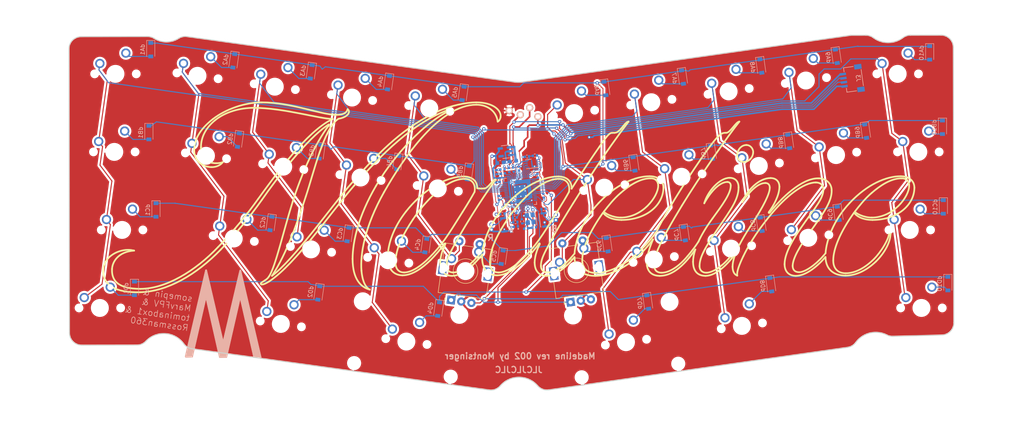
<source format=kicad_pcb>
(kicad_pcb (version 20221018) (generator pcbnew)
  (layers (0 "F.Cu" signal) (31 "B.Cu" signal) (34 "B.Paste" user) (35 "F.Paste" user) (36 "B.SilkS" user "B.Silkscreen") (37 "F.SilkS" user "F.Silkscreen") (38 "B.Mask" user) (39 "F.Mask" user) (44 "Edge.Cuts" user))
  (net 0 "")
  (net 1 "c1")
  (net 2 "Net-(dA1-A)")
  (net 3 "c2")
  (net 4 "Net-(dA2-A)")
  (net 5 "c3")
  (net 6 "Net-(dA3-A)")
  (net 7 "c4")
  (net 8 "Net-(dA4-A)")
  (net 9 "c5")
  (net 10 "Net-(dA5-A)")
  (net 11 "c6")
  (net 12 "Net-(dA6-A)")
  (net 13 "c7")
  (net 14 "Net-(dA7-A)")
  (net 15 "c8")
  (net 16 "Net-(dA8-A)")
  (net 17 "c9")
  (net 18 "Net-(dA9-A)")
  (net 19 "c10")
  (net 20 "Net-(dA10-A)")
  (net 21 "Net-(dB1-A)")
  (net 22 "Net-(dB2-A)")
  (net 23 "Net-(dB3-A)")
  (net 24 "Net-(dB4-A)")
  (net 25 "Net-(dB5-A)")
  (net 26 "Net-(dB6-A)")
  (net 27 "Net-(dB7-A)")
  (net 28 "Net-(dB8-A)")
  (net 29 "Net-(dB9-A)")
  (net 30 "Net-(dB10-A)")
  (net 31 "Net-(dC1-A)")
  (net 32 "Net-(dC2-A)")
  (net 33 "Net-(dC3-A)")
  (net 34 "Net-(dC4-A)")
  (net 35 "Net-(dC5-A)")
  (net 36 "Net-(dC6-A)")
  (net 37 "Net-(dC7-A)")
  (net 38 "Net-(dC8-A)")
  (net 39 "+5V")
  (net 40 "Net-(dC9-A)")
  (net 41 "Net-(dC10-A)")
  (net 42 "Net-(dD1-A)")
  (net 43 "Net-(dD2-A)")
  (net 44 "Net-(dD8-A)")
  (net 45 "Net-(dD10-A)")
  (net 46 "+3V3")
  (net 47 "Net-(U1-XIN)")
  (net 48 "GND")
  (net 49 "D+")
  (net 50 "D-")
  (net 51 "VBUS")
  (net 52 "Net-(C4-Pad1)")
  (net 53 "+1V1")
  (net 54 "Net-(D1-K)")
  (net 55 "/LED")
  (net 56 "/~{RESET}")
  (net 57 "Net-(J2-Pin_2)")
  (net 58 "/QSPI_~{CS}")
  (net 59 "Net-(U1-USB_DP)")
  (net 60 "Net-(U1-USB_DM)")
  (net 61 "Net-(U1-XOUT)")
  (net 62 "/VBUS_DET")
  (net 63 "e1")
  (net 64 "e2")
  (net 71 "/D16")
  (net 73 "/MISO")
  (net 74 "/D21")
  (net 75 "/SCLK")
  (net 76 "/MOSI")
  (net 78 "/QSPI_D3")
  (net 79 "/QSPI_SCLK")
  (net 80 "/QSPI_D0")
  (net 81 "/QSPI_D2")
  (net 82 "/QSPI_D1")
  (net 84 "rA")
  (net 85 "rB")
  (net 86 "rC")
  (net 87 "rD")
  (net 88 "Net-(dD4-A)")
  (net 89 "Net-(dD7-A)")
  (net 90 "/D14")
  (footprint "MX_Only:MXOnly-1U-NoLED" (layer "F.Cu") (at 47.224098 52.505797)
    (fp_text reference "kA1")
    (fp_text value "MX-NoLED")
  )
  (footprint "MX_Only:MXOnly-1U-NoLED" (layer "F.Cu") (at 46.938345 71.555792)
    (fp_text reference "kB1")
    (fp_text value "MX-NoLED")
  )
  (footprint "MX_Only:MXOnly-1U-NoLED" (layer "F.Cu") (at 48.843349 90.605792)
    (fp_text reference "kC1")
    (fp_text value "MX-NoLED")
  )
  (footprint "MX_Only:MXOnly-1U-NoLED" (layer "F.Cu") (at 67.255813 52.984519 -8)
    (fp_text reference "kA2")
    (fp_text value "MX-NoLED")
  )
  (footprint "MX_Only:MXOnly-1U-NoLED" (layer "F.Cu") (at 69.320718 72.511939 -8)
    (fp_text reference "kB2")
    (fp_text value "MX-NoLED")
  )
  (footprint "MX_Only:MXOnly-1U-NoLED" (layer "F.Cu") (at 76.101773 92.702167 -8)
    (fp_text reference "kC2")
    (fp_text value "MX-NoLED")
  )
  (footprint "MX_Only:MXOnly-1U-NoLED" (layer "F.Cu") (at 86.120419 55.635772 -8)
    (fp_text reference "kA3")
    (fp_text value "MX-NoLED")
  )
  (footprint "MX_Only:MXOnly-1U-NoLED" (layer "F.Cu") (at 88.185324 75.16319 -8)
    (fp_text reference "kB3")
    (fp_text value "MX-NoLED")
  )
  (footprint "MX_Only:MXOnly-1U-NoLED" (layer "F.Cu") (at 94.966377 95.353421 -8)
    (fp_text reference "kC3")
    (fp_text value "MX-NoLED")
  )
  (footprint "MX_Only:MXOnly-1U-NoLED" (layer "F.Cu") (at 43.414097 109.655795)
    (fp_text reference "kD1")
    (fp_text value "MX-NoLED")
  )
  (footprint "MX_Only:MXOnly-1U-NoLED" (layer "F.Cu") (at 104.985026 58.287015 -8)
    (fp_text reference "kA4")
    (fp_text value "MX-NoLED")
  )
  (footprint "MX_Only:MXOnly-1U-NoLED" (layer "F.Cu") (at 107.049932 77.814434 -8)
    (fp_text reference "kB4")
    (fp_text value "MX-NoLED")
  )
  (footprint "MX_Only:MXOnly-1U-NoLED" (layer "F.Cu") (at 113.830984 98.004667 -8)
    (fp_text reference "kC4")
    (fp_text value "MX-NoLED")
  )
  (footprint "MX_Only:MXOnly-1U-NoLED" (layer "F.Cu") (at 87.59898 113.555216 -8)
    (fp_text reference "kD2")
    (fp_text value "MX-NoLED")
  )
  (footprint "MX_Only:MXOnly-1U-NoLED" (layer "F.Cu") (at 123.849633 60.938263 -8)
    (fp_text reference "kA5")
    (fp_text value "MX-NoLED")
  )
  (footprint "MX_Only:MXOnly-1U-NoLED" (layer "F.Cu") (at 132.695592 100.655911 -8)
    (fp_text reference "kC5")
    (fp_text value "MX-NoLED")
  )
  (footprint "MX_Only:MXOnly-2.25U-ReversedStabilizers-NoLED" (layer "F.Cu") (at 118.253967 117.863488 -8)
    (fp_text reference "kD4")
    (fp_text value "MX-NoLED")
  )
  (footprint "MX_Only:MXOnly-1U-NoLED" (layer "F.Cu") (at 159.198859 62.082311 8)
    (fp_text reference "kA6")
    (fp_text value "MX-NoLED")
  )
  (footprint "MX_Only:MXOnly-1U-NoLED" (layer "F.Cu") (at 166.566256 80.284108 8)
    (fp_text reference "kB6")
    (fp_text value "MX-NoLED")
  )
  (footprint "MX_Only:MXOnly-1U-NoLED" (layer "F.Cu") (at 159.785204 100.474336 8)
    (fp_text reference "kC6")
    (fp_text value "MX-NoLED")
  )
  (footprint "MX_Only:MXOnly-1U-NoLED" (layer "F.Cu") (at 178.063469 59.431067 8)
    (fp_text reference "kA7")
    (fp_text value "MX-NoLED")
  )
  (footprint "MX_Only:MXOnly-1U-NoLED" (layer "F.Cu") (at 185.430864 77.632862 8)
    (fp_text reference "kB7")
    (fp_text value "MX-NoLED")
  )
  (footprint "MX_Only:MXOnly-1U-NoLED" (layer "F.Cu") (at 178.649808 97.823091 8)
    (fp_text reference "kC7")
    (fp_text value "MX-NoLED")
  )
  (footprint "MX_Only:MXOnly-2U-ReversedStabilizers-NoLED" (layer "F.Cu") (at 171.868756 118.01332 8)
    (fp_text reference "kD7")
    (fp_text value "MX-NoLED")
  )
  (footprint "MX_Only:MXOnly-1U-NoLED" (layer "F.Cu") (at 196.92807 56.779814 8)
    (fp_text reference "kA8")
    (fp_text value "MX-NoLED")
  )
  (footprint "MX_Only:MXOnly-1U-NoLED" (layer "F.Cu") (at 204.295468 74.981613 8)
    (fp_text reference "kB8")
    (fp_text value "MX-NoLED")
  )
  (footprint "MX_Only:MXOnly-1U-NoLED" (layer "F.Cu") (at 197.514418 95.171839 8)
    (fp_text reference "kC8")
    (fp_text value "MX-NoLED")
  )
  (footprint "MX_Only:MXOnly-1U-NoLED" (layer "F.Cu") (at 200.165661 114.036448 8)
    (fp_text reference "kD8")
    (fp_text value "MX-NoLED")
  )
  (footprint "MX_Only:MXOnly-1U-NoLED" (layer "F.Cu") (at 215.79268 54.12857 8)
    (fp_text reference "kA9")
    (fp_text value "MX-NoLED")
  )
  (footprint "MX_Only:MXOnly-1U-NoLED" (layer "F.Cu") (at 223.160077 72.330367 8)
    (fp_text reference "kB9")
    (fp_text value "MX-NoLED")
  )
  (footprint "MX_Only:MXOnly-1U-NoLED" (layer "F.Cu") (at 216.379022 92.520596 8)
    (fp_text reference "kC9")
    (fp_text value "MX-NoLED")
  )
  (footprint "MX_Only:MXOnly-1U-NoLED" (layer "F.Cu") (at 244.010597 109.655797)
    (fp_text reference "kD10")
    (fp_text value "MX-NoLED")
  )
  (footprint "MX_Only:MXOnly-1U-NoLED" (layer "F.Cu") (at 238.200348 52.505797)
    (fp_text reference "kA10")
    (fp_text value "MX-NoLED")
  )
  (footprint "MX_Only:MXOnly-1U-NoLED" (layer "F.Cu") (at 243.2486 71.555795)
    (fp_text reference "kB10")
    (fp_text value "MX-NoLED")
  )
  (footprint "MX_Only:MXOnly-1U-NoLED" (layer "F.Cu") (at 241.1531 90.605798)
    (fp_text reference "kC10")
    (fp_text value "MX-NoLED")
  )
  (footprint "MX_Only:MXOnly-1U-NoLED" (layer "F.Cu") (at 125.914536 80.465686 -8)
    (fp_text reference "kB5")
    (fp_text value "MX-NoLED")
  )
  (footprint "montsinger:encoder" (layer "F.Cu") (at 159.785204 100.474336 98)
    (fp_text reference "Enc2" hide)
    (fp_text value "right knob")
  )
  (footprint "" (layer "F.Cu") (at 146.079578 62.477762)
    (fp_text reference "")
    (fp_text value "")
  )
  (footprint "" (layer "F.Cu") (at 143.379578 61.467762)
    (fp_text reference "")
    (fp_text value "")
  )
  (footprint "montsinger:encoder" (layer "F.Cu") (at 132.695592 100.655911 82)
    (fp_text reference "Enc1" hide)
    (fp_text value "left knob")
  )
  (footprint "Connector_PinHeader_1.27mm:PinHeader_1x02_P1.27mm_Vertical" (layer "F.Cu") (at 139.019578 90.552762 180)
    (fp_text reference "J5" hide)
    (fp_text value "Conn_01x02" hide)
  )
  (footprint "" (layer "F.Cu") (at 150.359578 62.947762)
    (fp_text reference "")
    (fp_text value "")
  )
  (footprint "" (layer "F.Cu") (at 148.349578 60.757762)
    (fp_text reference "")
    (fp_text value "")
  )
  (footprint "Connector_PinHeader_1.27mm:PinHeader_1x02_P1.27mm_Vertical" (layer "F.Cu") (at 154.749578 88.182762 180)
    (fp_text reference "J5" hide)
    (fp_text value "Conn_01x02" hide)
  )
  (footprint "montsinger:diode_smd" (layer "B.Cu") (at 167.279578 94.207762 -82)
    (fp_text reference "dC6")
    (fp_text value "Diode")
  )
  (footprint "montsinger:diode_smd" (layer "B.Cu") (at 249.139578 65.547762 -90)
    (fp_text reference "dB10")
    (fp_text value "Diode")
  )
  (footprint "Resistor_SMD:R_0402_1005Metric" (layer "B.Cu") (at 144.866322 88.710518 7)
    (fp_text reference "R1" hide)
    (fp_text value "1k")
  )
  (footprint "Resistor_SMD:R_0402_1005Metric" (layer "B.Cu") (at 140.242907 76.492902 97)
    (fp_text reference "R11" hide)
    (fp_text value "10k")
  )
  (footprint "montsinger:diode_smd" (layer "B.Cu") (at 166.739578 56.087762 -82)
    (fp_text reference "dA6")
    (fp_text value "Diode")
  )
  (footprint "montsinger:diode_smd" (layer "B.Cu") (at 211.609578 69.017762 -82)
    (fp_text reference "dB8")
    (fp_text value "Diode")
  )
  (footprint "Capacitor_SMD:C_0402_1005Metric" (layer "B.Cu") (at 145.676318 75.614186 97)
    (fp_text reference "C7" hide)
    (fp_text value "100n")
  )
  (footprint "Resistor_SMD:R_0402_1005Metric" (layer "B.Cu") (at 144.398195 75.871871 -83)
    (fp_text reference "R6" hide)
    (fp_text value "27")
  )
  (footprint "Capacitor_SMD:C_0603_1608Metric" (layer "B.Cu") (at 141.220352 74.196666 7)
    (fp_text reference "C2" hide)
    (fp_text value "1µ")
  )
  (footprint "montsinger:diode_smd" (layer "B.Cu") (at 249.359578 84.997762 -90)
    (fp_text reference "dC10")
    (fp_text value "Diode")
  )
  (footprint "montsinger:diode_smd" (layer "B.Cu") (at 116.139578 74.197762 -98)
    (fp_text reference "dB4")
    (fp_text value "Diode")
  )
  (footprint "Capacitor_SMD:C_0402_1005Metric" (layer "B.Cu") (at 149.458983 90.010503 -173)
    (fp_text reference "C3" hide)
    (fp_text value "15p")
  )
  (footprint "montsinger:jst" (layer "B.Cu") (at 229.756234 53.392135 -82)
    (fp_text reference "J3")
    (fp_text value "SM04B-SRSS-TB(LF)(SN)")
  )
  (footprint "Button_Switch_SMD:SW_SPST_CK_KXT3" (layer "B.Cu") (at 151.949961 88.143009 97)
    (fp_text reference "SW2" hide)
    (fp_text value "SW_Push")
  )
  (footprint "LED_SMD:LED_0402_1005Metric" (layer "B.Cu") (at 145.000378 89.802319 -173)
    (fp_text reference "D1" hide)
    (fp_text value "LED")
  )
  (footprint "montsinger:diode_smd" (layer "B.Cu") (at 246.019578 47.377762 -90)
    (fp_text reference "dA10")
    (fp_text value "Diode")
  )
  (footprint "Button_Switch_SMD:SW_SPST_CK_KXT3" (layer "B.Cu") (at 142.024499 89.361703 97)
    (fp_text reference "SW1" hide)
    (fp_text value "SW_Push")
  )
  (footprint "montsinger:diode_smd" (layer "B.Cu") (at 51.859578 104.887762 -90)
    (fp_text reference "dD1")
    (fp_text value "Diode")
  )
  (footprint "Capacitor_SMD:C_0402_1005Metric" (layer "B.Cu") (at 141.847163 76.83998 -173)
    (fp_text reference "C6" hide)
    (fp_text value "1µ")
  )
  (footprint "montsinger:diode_smd" (layer "B.Cu") (at 141.639578 97.267762 -98)
    (fp_text reference "dC5")
    (fp_text value "Diode")
  )
  (footprint "montsinger:diode_smd" (layer "B.Cu") (at 85.199578 89.027762 -98)
    (fp_text reference "dC2")
    (fp_text value "Diode")
  )
  (footprint "montsinger:diode_smd" (layer "B.Cu") (at 96.879578 105.997762 -98)
    (fp_text reference "dD2")
    (fp_text value "Diode")
  )
  (footprint "Package_TO_SOT_SMD:SOT-23-5" (layer "B.Cu") (at 142.404498 71.532496 -173)
    (fp_text reference "U3" hide)
    (fp_text value "XC6210B332MR-G")
  )
  (footprint "Capacitor_SMD:C_0603_1608Metric" (layer "B.Cu") (at 144.297245 73.818871 -173)
    (fp_text reference "C1" hide)
    (fp_text value "1µ")
  )
  (footprint "Resistor_SMD:R_0402_1005Metric" (layer "B.Cu") (at 149.641164 72.457463 -173)
    (fp_text reference "R9" hide)
    (fp_text value "10k")
  )
  (footprint "montsinger:diode_smd" (layer "B.Cu") (at 57.119578 85.737762 -90)
    (fp_text reference "dC1")
    (fp_text value "Diode")
  )
  (footprint "montsinger:diode_smd" (layer "B.Cu") (at 126.129578 109.947762 -98)
    (fp_text reference "dD4")
    (fp_text value "Diode")
  )
  (footprint "montsinger:diode_smd" (layer "B.Cu") (at 97.179578 71.527762 -98)
    (fp_text reference "dB3")
    (fp_text value "Diode")
  )
  (footprint "montsinger:diode_smd" (layer "B.Cu") (at 207.229578 103.987762 -82)
    (fp_text reference "dD8")
    (fp_text value "Diode")
  )
  (footprint "Capacitor_SMD:C_0402_1005Metric" (layer "B.Cu") (at 140.9817 78.407134 -83)
    (fp_text reference "C11" hide)
    (fp_text value "100n")
  )
  (footprint "Resistor_SMD:R_0402_1005Metric" (layer "B.Cu") (at 141.7192 75.797806 7)
    (fp_text reference "R10" hide)
    (fp_text value "5.1k")
  )
  (footprint "Capacitor_SMD:C_0402_1005Metric" (layer "B.Cu") (at 147.473891 90.254242 7)
    (fp_text reference "C4" hide)
    (fp_text value "15p")
  )
  (footprint "montsinger:diode_smd" (layer "B.Cu") (at 123.019578 94.437762 -98)
    (fp_text reference "dC4")
    (fp_text value "Diode")
  )
  (footprint "Resistor_SMD:R_0402_1005Metric" (layer "B.Cu") (at 143.306394 76.005927 -83)
    (fp_text reference "R7" hide)
    (fp_text value "27")
  )
  (footprint "Capacitor_SMD:C_0402_1005Metric" (layer "B.Cu") (at 144.598209 86.526916 -173)
    (fp_text reference "C8" hide)
    (fp_text value "100n")
  )
  (footprint "montsinger:diode_smd" (layer "B.Cu") (at 95.019578 51.997762 -98)
    (fp_text reference "dA3")
    (fp_text value "Diode")
  )
  (footprint "montsinger:diode_smd" (layer "B.Cu") (at 104.019578 91.727762 -98)
    (fp_text reference "dC3")
    (fp_text value "Diode")
  )
  (footprint "montsinger:diode_smd" (layer "B.Cu") (at 186.139578 91.517762 -82)
    (fp_text reference "dC7")
    (fp_text value "Diode")
  )
  (footprint "Capacitor_SMD:C_0402_1005Metric" (layer "B.Cu") (at 140.817049 82.810019 97)
    (fp_text reference "C13" hide)
    (fp_text value "100n")
  )
  (footprint "montsinger:diode_smd" (layer "B.Cu") (at 55.389578 66.847762 -90)
    (fp_text reference "dB1")
    (fp_text value "Diode")
  )
  (footprint "Crystal:Crystal_SMD_2520-4Pin_2.5x2.0mm" (layer "B.Cu") (at 148.489995 87.862583 -83)
    (fp_text reference "Y1" hide)
    (fp_text value "Crystal_GND24")
  )
  (footprint "montsinger:diode_smd" (layer "B.Cu") (at 192.749578 71.667762 -82)
    (fp_text reference "dB7")
    (fp_text value "Diode")
  )
  (footprint "Resistor_SMD:R_0402_1005Metric" (layer "B.Cu") (at 141.695452 86.681828 -173)
    (fp_text reference "R2" hide)
    (fp_text value "10k")
  )
  (footprint "montsinger:diode_smd" (layer "B.Cu") (at 185.679578 53.297762 -82)
    (fp_text reference "dA7")
    (fp_text value "Diode")
  )
  (footprint "montsinger:diode_smd" (layer "B.Cu") (at 113.879578 54.657762 -98)
    (fp_text reference "dA4")
    (fp_text value "Diode")
  )
  (footprint "Capacitor_SMD:C_0402_1005Metric" (layer "B.Cu") (at 150.323821 77.360817 97)
    (fp_text reference "C12" hide)
    (fp_text value "100n")
  )
  (footprint "Resistor_SMD:R_0402_1005Metric" (layer "B.Cu") (at 146.504023 88.509433 97)
    (fp_text reference "R8" hide)
    (fp_text value "1k")
  )
  (footprint "montsinger:diode_smd" (layer "B.Cu") (at 173.839578 74.497762 -82)
    (fp_text reference "dB6")
    (fp_text value "Diode")
  )
  (footprint "montsinger:diode_smd" (layer "B.Cu") (at 133.369578 76.637762 -98)
    (fp_text reference "dB5")
    (fp_text value "Diode")
  )
  (footprint "Capacitor_SMD:C_0402_1005Metric" (layer "B.Cu") (at 151.727204 82.226052 -83)
    (fp_text reference "C9" hide)
    (fp_text value "100n")
  )
  (footprint "0xLib_Package_DFN_QFN:USON-8-1EP_3x2mm_P0.5mm_EP0.25x1.65mm" (layer "B.Cu") (at 148.903852 74.411887 -173)
    (fp_text reference "U2" hide)
    (fp_text value "GD25Q80CEIGR")
  )
  (footprint "Capacitor_SMD:C_0402_1005Metric" (layer "B.Cu") (at 147.705699 72.695108 -173)
    (fp_text reference "C10" hide)
    (fp_text value "100n")
  )
  (footprint "montsinger:diode_smd" (layer "B.Cu") (at 204.801266 50.603573 -82)
    (fp_text reference "dA8")
    (fp_text value "Diode")
  )
  (footprint "0xLib_Package_DFN_QFN:QFN-56-1EP_7x7mm_P0.4mm_EP3.2x3.2mm" (layer "B.Cu") (at 146.061023 81.209005 -173)
    (fp_text reference "U1" hide)
    (fp_text value "RP2040")
  )
  (footprint "montsinger:diode_smd" (layer "B.Cu") (at 204.879578 89.237762 -82)
    (fp_text reference "dC8")
    (fp_text value "Diode")
  )
  (footprint "montsinger:diode_smd" (layer "B.Cu") (at 177.189578 108.217762 -82)
    (fp_text reference "dD7")
    (fp_text value "Diode")
  )
  (footprint "montsinger:diode_smd" (layer "B.Cu") (at 76.119578 49.317762 -98)
    (fp_text reference "dA2")
    (fp_text value "Diode")
  )
  (footprint "Resistor_SMD:R_0402_1005Metric" (layer "B.Cu") (at 151.720168 85.450948 7)
    (fp_text reference "R3" hide)
    (fp_text value "1k")
  )
  (footprint "Capacitor_SMD:C_0402_1005Metric" (layer "B.Cu") (at 139.989154 78.529004 -83)
    (fp_text reference "C5" hide)
    (fp_text value "1µ")
  )
  (footprint "montsinger:diode_smd" (layer "B.Cu") (at 223.229578 48.217762 -82)
    (fp_text reference "dA9")
    (fp_text value "Diode")
  )
  (footprint "montsinger:diode_smd" (layer "B.Cu") (at 223.689578 86.567762 -82)
    (fp_text reference "dC9")
    (fp_text value "Diode")
  )
  (footprint "montsinger:diode_smd" (layer "B.Cu") (at 55.839578 46.597762 -90)
    (fp_text reference "dA1")
    (fp_text value "Diode")
  )
  (footprint "montsinger:diode_smd" (layer "B.Cu") (at 132.109578 57.277762 -98)
    (fp_text reference "dA5")
    (fp_text value "Diode")
  )
  (footprint "Capacitor_SMD:C_0402_1005Metric" (layer "B.Cu") (at 144.732266 87.618717 -173)
    (fp_text reference "C14" hide)
    (fp_text value "100n")
  )
  (footprint "montsinger:diode_smd" (layer "B.Cu") (at 250.449578 103.717762 -90)
    (fp_text reference "dD10")
    (fp_text value "Diode")
  )
  (footprint "montsinger:diode_smd" (layer "B.Cu") (at 230.379578 66.497762 -82)
    (fp_text reference "dB9")
    (fp_text value "Diode")
  )
  (footprint "montsinger:diode_smd" (layer "B.Cu") (at 77.249578 68.677762 -98)
    (fp_text reference "dB2")
    (fp_text value "Diode")
  )
  (gr_poly (pts (xy 148.991736 76.768744) (xy 149.178938 76.242004) (xy 148.682665 76.302938)) (stroke (width 0.15)) (fill solid) (layer "B.SilkS"))
  (gr_poly (pts (xy 69.489099 100.368627) (xy 73.519099 117.668627) (xy 77.569099 100.438627) (xy 77.699099 100.358627) (xy 77.839099 100.438627) (xy 82.819099 121.728627) (xy 80.959099 121.728627) (xy 77.689099 107.398627) (xy 74.399099 121.758627) (xy 72.599099 121.778627) (xy 69.329099 107.338627) (xy 66.049099 121.668627) (xy 66.019099 121.668627) (xy 64.379099 121.728627) (xy 64.229099 121.548627) (xy 69.209099 100.378627) (xy 69.349099 100.298627)) (stroke (width 0.15)) (fill solid) (layer "B.SilkS"))
  (gr_curve (pts (xy 82.962925 83.276465) (xy 86.518883 78.133213) (xy 94.075011 68.227668) (xy 99.091346 64.989209)) (stroke (width 0.42)) (layer "F.SilkS"))
  (gr_curve (pts (xy 170.593751 81.562047) (xy 172.562003 79.84763) (xy 175.228921 78.006295) (xy 177.895838 78.006295)) (stroke (width 0.42)) (layer "F.SilkS"))
  (gr_curve (pts (xy 66.453751 71.148419) (xy 66.453751 74.005919) (xy 68.739503 75.275713) (xy 70.707962 75.275713)) (stroke (width 0.42)) (layer "F.SilkS"))
  (gr_curve (pts (xy 142.908 88.038758) (xy 145.511458 84.102047) (xy 150.845293 78.133213) (xy 155.480255 78.133213)) (stroke (width 0.42)) (layer "F.SilkS"))
  (gr_curve (pts (xy 191.992755 70.704002) (xy 190.024503 73.370919) (xy 186.849503 78.196671) (xy 185.325669 80.609547)) (stroke (width 0.42)) (layer "F.SilkS"))
  (gr_curve (pts (xy 107.282474 100.547762) (xy 106.964974 96.547386) (xy 108.044391 89.816634) (xy 112.806891 81.371465)) (stroke (width 0.42)) (layer "F.SilkS"))
  (gr_curve (pts (xy 151.099334 99.404886) (xy 151.099334 98.388927) (xy 151.353169 97.436427) (xy 152.368921 95.467969)) (stroke (width 0.42)) (layer "F.SilkS"))
  (gr_curve (pts (xy 132.429879 78.133213) (xy 133.827003 78.133213) (xy 135.287379 78.958589) (xy 134.906421 81.308006)) (stroke (width 0.42)) (layer "F.SilkS"))
  (gr_curve (pts (xy 179.674334 95.341051) (xy 180.817417 92.610675) (xy 183.230086 88.419717) (xy 185.515838 84.673382)) (stroke (width 0.42)) (layer "F.SilkS"))
  (gr_curve (pts (xy 128.048751 99.404886) (xy 128.048751 98.388927) (xy 128.302586 97.436427) (xy 129.318545 95.467969)) (stroke (width 0.42)) (layer "F.SilkS"))
  (gr_curve (pts (xy 150.781834 94.13451) (xy 150.527793 94.642593) (xy 149.575293 96.67451) (xy 149.575293 98.579303)) (stroke (width 0.42)) (layer "F.SilkS"))
  (gr_curve (pts (xy 152.686421 100.992179) (xy 151.733921 100.992179) (xy 151.099334 100.357386) (xy 151.099334 99.404886)) (stroke (width 0.42)) (layer "F.SilkS"))
  (gr_curve (pts (xy 140.555068 64.163833) (xy 140.80911 64.036709) (xy 141.12661 63.719209) (xy 141.253734 63.084209)) (stroke (width 0.42)) (layer "F.SilkS"))
  (gr_curve (pts (xy 105.441139 79.84763) (xy 112.171891 72.100919) (xy 120.108978 64.227292) (xy 128.681064 61.242874)) (stroke (width 0.42)) (layer "F.SilkS"))
  (gr_curve (pts (xy 117.317624 101.690638) (xy 119.793958 101.690638) (xy 122.270293 99.785845) (xy 124.111834 98.007969)) (stroke (width 0.42)) (layer "F.SilkS"))
  (gr_curve (pts (xy 220.50409 97.30951) (xy 220.529928 97.279202) (xy 220.552666 97.249772) (xy 220.578272 97.219541)) (stroke (width 0.42)) (layer "F.SilkS"))
  (gr_curve (pts (xy 181.007173 80.292047) (xy 181.007173 78.57763) (xy 179.673507 77.498213) (xy 177.64159 77.498213)) (stroke (width 0.42)) (layer "F.SilkS"))
  (gr_curve (pts (xy 174.212755 97.563345) (xy 175.580863 96.433284) (xy 177.127177 94.71742) (xy 178.465932 92.939234)) (stroke (width 0.42)) (layer "F.SilkS"))
  (gr_curve (pts (xy 199.619732 94.160012) (xy 198.946646 95.175687) (xy 198.195736 96.147927) (xy 197.200086 97.30951)) (stroke (width 0.42)) (layer "F.SilkS"))
  (gr_curve (pts (xy 220.059673 80.736671) (xy 220.059673 82.832047) (xy 218.218338 84.990882) (xy 215.805255 88.356258)) (stroke (width 0.42)) (layer "F.SilkS"))
  (gr_curve (pts (xy 82.962925 59.464998) (xy 78.835631 59.464998) (xy 74.136797 61.115957) (xy 71.025462 63.528833)) (stroke (width 0.42)) (layer "F.SilkS"))
  (gr_curve (pts (xy 129.636045 100.992179) (xy 128.683545 100.992179) (xy 128.048751 100.357386) (xy 128.048751 99.404886)) (stroke (width 0.42)) (layer "F.SilkS"))
  (gr_curve (pts (xy 185.325669 80.609547) (xy 183.501 83.522005) (xy 181.134607 87.345338) (xy 179.381277 90.944653)) (stroke (width 0.42)) (layer "F.SilkS"))
  (gr_curve (pts (xy 199.041834 101.754303) (xy 198.851665 100.865262) (xy 199.549917 99.023927) (xy 200.502417 97.055469)) (stroke (width 0.42)) (layer "F.SilkS"))
  (gr_curve (pts (xy 205.899503 79.149171) (xy 206.534503 79.149171) (xy 206.979334 79.53013) (xy 206.979334 80.292047)) (stroke (width 0.42)) (layer "F.SilkS"))
  (gr_curve (pts (xy 166.275669 86.387799) (xy 166.720086 87.086258) (xy 168.117003 88.165882) (xy 170.783921 88.165882)) (stroke (width 0.42)) (layer "F.SilkS"))
  (gr_curve (pts (xy 236.188921 90.451634) (xy 236.506421 92.547217) (xy 233.839503 96.293551) (xy 232.505838 97.626803)) (stroke (width 0.42)) (layer "F.SilkS"))
  (gr_curve (pts (xy 212.567003 99.404886) (xy 212.567003 97.626803) (xy 214.154503 94.706051) (xy 217.265838 90.451634)) (stroke (width 0.42)) (layer "F.SilkS"))
  (gr_curve (pts (xy 127.731251 94.13451) (xy 127.47721 94.642593) (xy 126.52471 96.67451) (xy 126.52471 98.579303)) (stroke (width 0.42)) (layer "F.SilkS"))
  (gr_curve (pts (xy 104.742681 79.339547) (xy 100.107305 84.673382) (xy 90.773094 97.880845) (xy 85.439466 101.817762)) (stroke (width 0.42)) (layer "F.SilkS"))
  (gr_curve (pts (xy 189.834334 99.468345) (xy 189.834334 97.372969) (xy 190.977417 95.150469) (xy 194.406251 90.134134)) (stroke (width 0.42)) (layer "F.SilkS"))
  (gr_curve (pts (xy 53.309748 105.818138) (xy 59.913376 105.627555) (xy 66.961627 101.563721) (xy 72.930462 95.40451)) (stroke (width 0.42)) (layer "F.SilkS"))
  (gr_curve (pts (xy 177.64159 77.498213) (xy 174.212755 77.498213) (xy 169.513921 79.403213) (xy 165.196251 84.038382)) (stroke (width 0.42)) (layer "F.SilkS"))
  (gr_curve (pts (xy 129.318545 95.467969) (xy 131.604503 91.086634) (xy 136.239879 83.593965) (xy 140.049673 78.323795)) (stroke (width 0.42)) (layer "F.SilkS"))
  (gr_curve (pts (xy 104.234598 61.750957) (xy 104.234598 61.496916) (xy 104.107681 61.242874) (xy 103.917098 61.115957)) (stroke (width 0.42)) (layer "F.SilkS"))
  (gr_curve (pts (xy 135.541421 80.419171) (xy 135.604879 78.450713) (xy 134.017379 77.561671) (xy 132.302962 77.561671)) (stroke (width 0.42)) (layer "F.SilkS"))
  (gr_curve (pts (xy 140.368206 101.690638) (xy 142.844541 101.690638) (xy 145.320876 99.785845) (xy 147.162417 98.007969)) (stroke (width 0.42)) (layer "F.SilkS"))
  (gr_curve (pts (xy 82.07409 83.022423) (xy 79.153131 87.086258) (xy 76.486214 90.388175) (xy 72.295462 94.76951)) (stroke (width 0.42)) (layer "F.SilkS"))
  (gr_line (start 169.068677 66.894209) (end 168.497342 66.894209) (stroke (width 0.42)) (layer "F.SilkS"))
  (gr_curve (pts (xy 199.041421 72.037461) (xy 198.850838 73.180337) (xy 199.676421 74.005919) (xy 200.628921 74.005919)) (stroke (width 0.42)) (layer "F.SilkS"))
  (gr_curve (pts (xy 141.193582 86.133965) (xy 138.670041 89.340875) (xy 137.281444 92.72041) (xy 136.877257 95.626951)) (stroke (width 0.42)) (layer "F.SilkS"))
  (gr_curve (pts (xy 136.748789 97.372969) (xy 136.748789 100.420845) (xy 138.463206 101.690638) (xy 140.368206 101.690638)) (stroke (width 0.42)) (layer "F.SilkS"))
  (gr_curve (pts (xy 170.783921 88.165882) (xy 176.879673 88.165882) (xy 181.007173 84.483006) (xy 181.007173 80.292047)) (stroke (width 0.42)) (layer "F.SilkS"))
  (gr_curve (pts (xy 207.106251 87.022799) (xy 210.852586 82.451089) (xy 215.170255 79.022254) (xy 218.218338 79.022254)) (stroke (width 0.42)) (layer "F.SilkS"))
  (gr_curve (pts (xy 110.838432 79.84763) (xy 106.520557 87.213382) (xy 105.123639 93.49951) (xy 105.123639 97.690469)) (stroke (width 0.42)) (layer "F.SilkS"))
  (gr_curve (pts (xy 158.59159 80.546089) (xy 158.655255 78.387254) (xy 157.067755 77.561671) (xy 155.353338 77.561671)) (stroke (width 0.42)) (layer "F.SilkS"))
  (gr_curve (pts (xy 178.465932 92.939234) (xy 177.543999 95.100885) (xy 176.943751 97.093244) (xy 176.943751 98.642969)) (stroke (width 0.42)) (layer "F.SilkS"))
  (gr_curve (pts (xy 101.059805 62.512874) (xy 97.503846 62.512874) (xy 90.201759 59.464998) (xy 82.962925 59.464998)) (stroke (width 0.42)) (layer "F.SilkS"))
  (gr_curve (pts (xy 100.234222 63.528833) (xy 93.82097 66.576709) (xy 86.137925 77.434754) (xy 82.07409 83.022423)) (stroke (width 0.42)) (layer "F.SilkS"))
  (gr_curve (pts (xy 165.196251 84.038382) (xy 161.259928 88.213528) (xy 159.508924 93.116071) (xy 159.310797 96.379748)) (stroke (width 0.42)) (layer "F.SilkS"))
  (gr_curve (pts (xy 180.563169 101.055845) (xy 179.293169 101.055845) (xy 178.721834 100.293721) (xy 178.721834 99.087386)) (stroke (width 0.42)) (layer "F.SilkS"))
  (gr_curve (pts (xy 124.111834 98.007969) (xy 125.25471 96.864886) (xy 126.651627 95.277593) (xy 127.540669 94.007593)) (stroke (width 0.42)) (layer "F.SilkS"))
  (gr_curve (pts (xy 232.887003 98.325469) (xy 235.109503 96.166427) (xy 236.442755 93.436051) (xy 236.442755 91.658175)) (stroke (width 0.42)) (layer "F.SilkS"))
  (gr_curve (pts (xy 222.09159 80.990506) (xy 222.09159 79.403213) (xy 220.948507 78.006295) (xy 218.789673 78.006295)) (stroke (width 0.42)) (layer "F.SilkS"))
  (gr_curve (pts (xy 185.515838 84.673382) (xy 189.770255 77.688795) (xy 196.945425 67.402085) (xy 199.54909 64.163833)) (stroke (width 0.42)) (layer "F.SilkS"))
  (gr_curve (pts (xy 51.785706 95.658551) (xy 51.214372 95.531427) (xy 50.896872 95.467969) (xy 50.32533 95.467969)) (stroke (width 0.42)) (layer "F.SilkS"))
  (gr_curve (pts (xy 147.162417 98.007969) (xy 148.305293 96.864886) (xy 149.70221 95.277593) (xy 150.591251 94.007593)) (stroke (width 0.42)) (layer "F.SilkS"))
  (gr_curve (pts (xy 218.218338 79.022254) (xy 219.488338 79.022254) (xy 220.059673 79.84763) (xy 220.059673 80.736671)) (stroke (width 0.42)) (layer "F.SilkS"))
  (gr_curve (pts (xy 197.899165 99.595262) (xy 197.899165 100.674886) (xy 198.279917 101.500262) (xy 199.041834 101.754303)) (stroke (width 0.42)) (layer "F.SilkS"))
  (gr_curve (pts (xy 140.049673 78.323795) (xy 139.414673 78.133213) (xy 138.271797 80.419171) (xy 137.319297 80.48263)) (stroke (width 0.42)) (layer "F.SilkS"))
  (gr_curve (pts (xy 196.628751 78.89513) (xy 197.136421 78.89513) (xy 197.453921 79.276089) (xy 197.453921 79.784171)) (stroke (width 0.42)) (layer "F.SilkS"))
  (gr_curve (pts (xy 164.370669 101.817762) (xy 167.736251 101.817762) (xy 171.228338 100.039886) (xy 174.212755 97.563345)) (stroke (width 0.42)) (layer "F.SilkS"))
  (gr_curve (pts (xy 191.485086 101.055845) (xy 190.342417 101.055845) (xy 189.834334 100.293721) (xy 189.834334 99.468345)) (stroke (width 0.42)) (layer "F.SilkS"))
  (gr_curve (pts (xy 188.801451 95.388645) (xy 188.440621 96.484496) (xy 188.246834 97.49539) (xy 188.246834 98.388927)) (stroke (width 0.42)) (layer "F.SilkS"))
  (gr_curve (pts (xy 99.281929 65.116126) (xy 95.852887 69.751502) (xy 92.741553 76.672837) (xy 90.455801 83.848006)) (stroke (width 0.42)) (layer "F.SilkS"))
  (gr_curve (pts (xy 83.661383 102.960638) (xy 82.899466 103.468721) (xy 82.518507 103.595638) (xy 82.772549 103.849679)) (stroke (width 0.42)) (layer "F.SilkS"))
  (gr_curve (pts (xy 200.628921 74.005919) (xy 201.835255 74.005919) (xy 202.787755 72.989961) (xy 202.914673 71.846878)) (stroke (width 0.42)) (layer "F.SilkS"))
  (gr_curve (pts (xy 236.442755 91.658175) (xy 236.442755 91.023175) (xy 236.315838 90.769134) (xy 236.188921 90.451634)) (stroke (width 0.42)) (layer "F.SilkS"))
  (gr_curve (pts (xy 155.480255 78.133213) (xy 156.877173 78.133213) (xy 158.337755 78.958589) (xy 157.95659 81.308006)) (stroke (width 0.42)) (layer "F.SilkS"))
  (gr_curve (pts (xy 226.473751 84.038382) (xy 222.571612 88.177251) (xy 220.818386 93.029642) (xy 220.595144 96.293035)) (stroke (width 0.42)) (layer "F.SilkS"))
  (gr_curve (pts (xy 149.575293 98.579303) (xy 149.575293 100.738345) (xy 150.781834 101.817762) (xy 152.432586 101.817762)) (stroke (width 0.42)) (layer "F.SilkS"))
  (gr_curve (pts (xy 197.200086 77.879171) (xy 194.723751 77.879171) (xy 191.802586 81.181089) (xy 190.977417 84.102047)) (stroke (width 0.42)) (layer "F.SilkS"))
  (gr_curve (pts (xy 165.449259 70.196126) (xy 163.544673 72.926502) (xy 160.687173 77.180713) (xy 158.59159 80.546089)) (stroke (width 0.42)) (layer "F.SilkS"))
  (gr_line (start 196.37409 66.894209) (end 196.05659 66.894209) (stroke (width 0.42)) (layer "F.SilkS"))
  (gr_curve (pts (xy 129.38221 101.817762) (xy 131.604503 101.817762) (xy 133.890462 99.976221) (xy 135.985838 97.563345)) (stroke (width 0.42)) (layer "F.SilkS"))
  (gr_curve (pts (xy 227.743751 86.133965) (xy 228.823169 84.736841) (xy 230.220086 82.958965) (xy 231.871251 81.562047)) (stroke (width 0.42)) (layer "F.SilkS"))
  (gr_curve (pts (xy 209.328751 80.038213) (xy 209.328751 78.89513) (xy 208.630086 77.94263) (xy 207.169503 77.94263)) (stroke (width 0.42)) (layer "F.SilkS"))
  (gr_curve (pts (xy 135.985838 97.563345) (xy 136.245331 97.256671) (xy 136.511542 96.929016) (xy 136.778064 96.590458)) (stroke (width 0.42)) (layer "F.SilkS"))
  (gr_curve (pts (xy 207.169503 77.94263) (xy 204.248751 77.94263) (xy 201.454917 80.990506) (xy 200.248582 83.784547)) (stroke (width 0.42)) (layer "F.SilkS"))
  (gr_curve (pts (xy 177.895838 78.006295) (xy 179.165838 78.006295) (xy 179.737173 78.831671) (xy 179.737173 79.784171)) (stroke (width 0.42)) (layer "F.SilkS"))
  (gr_curve (pts (xy 159.036007 97.563345) (xy 159.123341 97.460147) (xy 159.212947 97.349895) (xy 159.301521 97.243183)) (stroke (width 0.42)) (layer "F.SilkS"))
  (gr_curve (pts (xy 197.580838 97.690469) (xy 197.944072 97.264655) (xy 198.284077 96.830237) (xy 198.609793 96.393028)) (stroke (width 0.42)) (layer "F.SilkS"))
  (gr_curve (pts (xy 112.806891 81.371465) (xy 117.696102 72.735919) (xy 126.458771 60.03654) (xy 135.348358 60.03654)) (stroke (width 0.42)) (layer "F.SilkS"))
  (gr_curve (pts (xy 53.309748 104.992555) (xy 47.594954 104.992555) (xy 46.261496 102.770262) (xy 46.388413 100.166803)) (stroke (width 0.42)) (layer "F.SilkS"))
  (gr_curve (pts (xy 80.994673 60.798457) (xy 88.169842 60.798457) (xy 96.99597 63.465374) (xy 100.234222 63.528833)) (stroke (width 0.42)) (layer "F.SilkS"))
  (gr_curve (pts (xy 187.357586 97.30951) (xy 187.8936 96.65849) (xy 188.371013 96.020028) (xy 188.801451 95.388645)) (stroke (width 0.42)) (layer "F.SilkS"))
  (gr_curve (pts (xy 193.009334 87.784717) (xy 191.552369 89.768627) (xy 190.385567 91.690912) (xy 189.570138 93.457755)) (stroke (width 0.42)) (layer "F.SilkS"))
  (gr_curve (pts (xy 71.787379 74.323419) (xy 69.565086 74.323419) (xy 68.10471 72.989961) (xy 68.10471 70.449961)) (stroke (width 0.42)) (layer "F.SilkS"))
  (gr_curve (pts (xy 113.698206 97.372969) (xy 113.698206 100.420845) (xy 115.412624 101.690638) (xy 117.317624 101.690638)) (stroke (width 0.42)) (layer "F.SilkS"))
  (gr_curve (pts (xy 190.977417 84.102047) (xy 192.691834 80.990506) (xy 194.850669 78.89513) (xy 196.628751 78.89513)) (stroke (width 0.42)) (layer "F.SilkS"))
  (gr_curve (pts (xy 119.857417 88.038758) (xy 122.460876 84.102047) (xy 127.79471 78.133213) (xy 132.429879 78.133213)) (stroke (width 0.42)) (layer "F.SilkS"))
  (gr_curve (pts (xy 150.591251 94.007593) (xy 150.781834 93.753551) (xy 150.908751 93.944134) (xy 150.781834 94.13451)) (stroke (width 0.42)) (layer "F.SilkS"))
  (gr_curve (pts (xy 157.95659 81.308006) (xy 157.385255 82.38763) (xy 156.496421 83.848006) (xy 155.035838 86.197423)) (stroke (width 0.42)) (layer "F.SilkS"))
  (gr_curve (pts (xy 225.458 101.754303) (xy 227.870669 101.754303) (xy 230.410669 100.674886) (xy 232.887003 98.325469)) (stroke (width 0.42)) (layer "F.SilkS"))
  (gr_curve (pts (xy 178.721834 99.087386) (xy 178.721834 97.817386) (xy 179.229917 96.35701) (xy 179.674334 95.341051)) (stroke (width 0.42)) (layer "F.SilkS"))
  (gr_curve (pts (xy 158.972755 84.102047) (xy 162.211007 78.958589) (xy 166.338507 72.291502) (xy 172.497511 64.163833)) (stroke (width 0.42)) (layer "F.SilkS"))
  (gr_curve (pts (xy 197.453921 79.784171) (xy 197.453921 81.75263) (xy 195.422003 84.483006) (xy 193.009334 87.784717)) (stroke (width 0.42)) (layer "F.SilkS"))
  (gr_curve (pts (xy 206.979334 80.292047) (xy 206.979334 81.688965) (xy 205.645669 84.609923) (xy 202.153169 89.880299)) (stroke (width 0.42)) (layer "F.SilkS"))
  (gr_curve (pts (xy 135.284899 59.464998) (xy 132.808564 59.464998) (xy 128.935106 60.290374) (xy 126.014147 61.623833)) (stroke (width 0.42)) (layer "F.SilkS"))
  (gr_curve (pts (xy 137.319297 80.48263) (xy 136.493714 80.546089) (xy 135.795255 80.48263) (xy 135.541421 80.419171)) (stroke (width 0.42)) (layer "F.SilkS"))
  (gr_curve (pts (xy 206.979334 86.387799) (xy 206.788751 86.578382) (xy 206.598169 86.451465) (xy 206.788751 86.197423)) (stroke (width 0.42)) (layer "F.SilkS"))
  (gr_curve (pts (xy 136.877257 95.626951) (xy 136.413874 96.207768) (xy 135.915481 96.796544) (xy 135.350838 97.436427)) (stroke (width 0.42)) (layer "F.SilkS"))
  (gr_curve (pts (xy 136.778064 96.590458) (xy 136.760623 96.855843) (xy 136.748789 97.118049) (xy 136.748789 97.372969)) (stroke (width 0.42)) (layer "F.SilkS"))
  (gr_curve (pts (xy 118.143 86.133965) (xy 115.095124 90.007217) (xy 113.698206 94.13451) (xy 113.698206 97.372969)) (stroke (width 0.42)) (layer "F.SilkS"))
  (gr_curve (pts (xy 126.014147 61.623833) (xy 118.267643 65.179792) (xy 112.362267 70.640543) (xy 104.742681 79.339547)) (stroke (width 0.42)) (layer "F.SilkS"))
  (gr_curve (pts (xy 134.906421 81.308006) (xy 134.398338 82.260506) (xy 133.382379 83.974923) (xy 131.985462 86.197423)) (stroke (width 0.42)) (layer "F.SilkS"))
  (gr_curve (pts (xy 241.014673 79.784171) (xy 241.014673 82.514547) (xy 237.141421 87.594341) (xy 231.871251 87.594341)) (stroke (width 0.42)) (layer "F.SilkS"))
  (gr_curve (pts (xy 232.505838 97.626803) (xy 230.283751 99.849303) (xy 227.870669 101.182762) (xy 225.521251 101.182762)) (stroke (width 0.42)) (layer "F.SilkS"))
  (gr_curve (pts (xy 161.196082 98.007969) (xy 161.196082 95.150469) (xy 162.9105 91.086634) (xy 166.275669 86.387799)) (stroke (width 0.42)) (layer "F.SilkS"))
  (gr_curve (pts (xy 132.302962 77.561671) (xy 127.604127 77.561671) (xy 122.079917 81.11763) (xy 118.143 86.133965)) (stroke (width 0.42)) (layer "F.SilkS"))
  (gr_curve (pts (xy 44.229578 100.547762) (xy 44.229578 103.913138) (xy 46.959954 106.008514) (xy 53.309748 105.818138)) (stroke (width 0.42)) (layer "F.SilkS"))
  (gr_curve (pts (xy 188.246834 98.388927) (xy 188.246834 100.992179) (xy 189.707417 101.817762) (xy 191.294917 101.817762)) (stroke (width 0.42)) (layer "F.SilkS"))
  (gr_curve (pts (xy 155.035838 86.197423) (xy 151.162793 92.420093) (xy 150.01971 94.261634) (xy 146.718 97.563345)) (stroke (width 0.42)) (layer "F.SilkS"))
  (gr_curve (pts (xy 115.603206 98.579303) (xy 115.603206 95.023551) (xy 117.698582 91.277217) (xy 119.857417 88.038758)) (stroke (width 0.42)) (layer "F.SilkS"))
  (gr_curve (pts (xy 174.022586 96.864886) (xy 171.038169 99.404886) (xy 167.545669 101.119303) (xy 164.498 101.119303)) (stroke (width 0.42)) (layer "F.SilkS"))
  (gr_curve (pts (xy 206.788751 86.197423) (xy 207.868169 84.736841) (xy 209.328751 82.197047) (xy 209.328751 80.038213)) (stroke (width 0.42)) (layer "F.SilkS"))
  (gr_curve (pts (xy 202.153169 89.880299) (xy 201.093363 91.492139) (xy 200.260907 92.908022) (xy 199.619732 94.160012)) (stroke (width 0.42)) (layer "F.SilkS"))
  (gr_curve (pts (xy 227.553169 86.387799) (xy 227.997586 87.086258) (xy 229.394503 88.165882) (xy 232.061421 88.165882)) (stroke (width 0.42)) (layer "F.SilkS"))
  (gr_curve (pts (xy 179.381277 90.944653) (xy 177.84889 93.095581) (xy 176.10109 95.077217) (xy 174.022586 96.864886)) (stroke (width 0.42)) (layer "F.SilkS"))
  (gr_curve (pts (xy 155.353338 77.561671) (xy 150.65471 77.561671) (xy 145.1305 81.11763) (xy 141.193582 86.133965)) (stroke (width 0.42)) (layer "F.SilkS"))
  (gr_curve (pts (xy 168.497342 66.894209) (xy 167.926007 66.894209) (xy 167.417925 67.338626) (xy 165.449259 70.196126)) (stroke (width 0.42)) (layer "F.SilkS"))
  (gr_curve (pts (xy 46.388413 100.166803) (xy 46.452078 98.452386) (xy 47.848996 95.912386) (xy 51.785706 95.658551)) (stroke (width 0.42)) (layer "F.SilkS"))
  (gr_curve (pts (xy 152.368921 95.467969) (xy 153.512003 93.245675) (xy 155.543921 89.562799) (xy 158.972755 84.102047)) (stroke (width 0.42)) (layer "F.SilkS"))
  (gr_curve (pts (xy 176.943751 98.642969) (xy 176.943751 100.420845) (xy 177.896251 101.817762) (xy 180.118751 101.817762)) (stroke (width 0.42)) (layer "F.SilkS"))
  (gr_curve (pts (xy 85.439466 101.817762) (xy 89.058677 96.420469) (xy 91.916177 87.975299) (xy 93.694053 82.451089)) (stroke (width 0.42)) (layer "F.SilkS"))
  (gr_curve (pts (xy 68.10471 70.449961) (xy 68.10471 68.037085) (xy 69.184127 65.751126) (xy 71.597003 63.782874)) (stroke (width 0.42)) (layer "F.SilkS"))
  (gr_curve (pts (xy 200.248582 83.784547) (xy 202.216834 81.054171) (xy 204.121834 79.149171) (xy 205.899503 79.149171)) (stroke (width 0.42)) (layer "F.SilkS"))
  (gr_curve (pts (xy 140.749165 100.992179) (xy 139.415706 100.992179) (xy 138.653789 100.103345) (xy 138.653789 98.579303)) (stroke (width 0.42)) (layer "F.SilkS"))
  (gr_curve (pts (xy 127.540669 94.007593) (xy 127.731251 93.753551) (xy 127.858169 93.944134) (xy 127.731251 94.13451)) (stroke (width 0.42)) (layer "F.SilkS"))
  (gr_curve (pts (xy 73.438338 74.069378) (xy 72.867003 74.259961) (xy 72.295462 74.323419) (xy 71.787379 74.323419)) (stroke (width 0.42)) (layer "F.SilkS"))
  (gr_curve (pts (xy 70.707962 75.275713) (xy 71.723921 75.275713) (xy 72.803338 74.894754) (xy 73.438338 74.069378)) (stroke (width 0.42)) (layer "F.SilkS"))
  (gr_curve (pts (xy 72.930462 95.40451) (xy 76.422755 91.785093) (xy 79.915049 87.594341) (xy 82.962925 83.276465)) (stroke (width 0.42)) (layer "F.SilkS"))
  (gr_curve (pts (xy 135.348358 60.03654) (xy 138.078734 60.03654) (xy 140.237568 61.623833) (xy 140.555068 64.163833)) (stroke (width 0.42)) (layer "F.SilkS"))
  (gr_curve (pts (xy 198.609793 96.393028) (xy 198.121244 97.674268) (xy 197.899165 98.728286) (xy 197.899165 99.595262)) (stroke (width 0.42)) (layer "F.SilkS"))
  (gr_curve (pts (xy 238.91909 77.498213) (xy 235.490255 77.498213) (xy 230.791421 79.403213) (xy 226.473751 84.038382)) (stroke (width 0.42)) (layer "F.SilkS"))
  (gr_curve (pts (xy 202.914673 71.846878) (xy 203.042003 70.830919) (xy 202.279673 69.878626) (xy 201.263921 69.878626)) (stroke (width 0.42)) (layer "F.SilkS"))
  (gr_curve (pts (xy 131.985462 86.197423) (xy 128.11221 92.356634) (xy 126.969127 94.261634) (xy 123.667417 97.563345)) (stroke (width 0.42)) (layer "F.SilkS"))
  (gr_curve (pts (xy 213.328921 101.817762) (xy 215.614673 101.817762) (xy 218.28159 99.849303) (xy 220.50409 97.30951)) (stroke (width 0.42)) (layer "F.SilkS"))
  (gr_curve (pts (xy 218.789673 78.006295) (xy 214.725838 78.006295) (xy 209.773169 82.832047) (xy 206.979334 86.387799)) (stroke (width 0.42)) (layer "F.SilkS"))
  (gr_curve (pts (xy 186.913169 96.99201) (xy 184.309503 100.103345) (xy 182.023751 101.055845) (xy 180.563169 101.055845)) (stroke (width 0.42)) (layer "F.SilkS"))
  (gr_curve (pts (xy 232.061421 88.165882) (xy 238.157173 88.165882) (xy 242.284673 84.483006) (xy 242.284673 80.292047)) (stroke (width 0.42)) (layer "F.SilkS"))
  (gr_curve (pts (xy 220.595144 96.293035) (xy 220.422674 96.499921) (xy 220.248653 96.707867) (xy 220.059673 96.928345)) (stroke (width 0.42)) (layer "F.SilkS"))
  (gr_curve (pts (xy 109.314391 105.183138) (xy 107.980932 104.421221) (xy 107.473057 102.579679) (xy 107.282474 100.547762)) (stroke (width 0.42)) (layer "F.SilkS"))
  (gr_curve (pts (xy 138.653789 98.579303) (xy 138.653789 95.023551) (xy 140.749165 91.277217) (xy 142.908 88.038758)) (stroke (width 0.42)) (layer "F.SilkS"))
  (gr_curve (pts (xy 71.597003 63.782874) (xy 74.136797 61.750957) (xy 77.692755 60.798457) (xy 80.994673 60.798457)) (stroke (width 0.42)) (layer "F.SilkS"))
  (gr_curve (pts (xy 239.173338 78.006295) (xy 240.443338 78.006295) (xy 241.014673 78.831671) (xy 241.014673 79.784171)) (stroke (width 0.42)) (layer "F.SilkS"))
  (gr_curve (pts (xy 152.432586 101.817762) (xy 154.655086 101.817762) (xy 156.940838 99.976221) (xy 159.036007 97.563345)) (stroke (width 0.42)) (layer "F.SilkS"))
  (gr_curve (pts (xy 93.694053 82.451089) (xy 95.662511 76.609171) (xy 98.138846 65.624209) (xy 101.694805 63.465374)) (stroke (width 0.42)) (layer "F.SilkS"))
  (gr_curve (pts (xy 210.598338 98.960262) (xy 210.598338 100.865262) (xy 211.741421 101.817762) (xy 213.328921 101.817762)) (stroke (width 0.42)) (layer "F.SilkS"))
  (gr_curve (pts (xy 166.466251 86.133965) (xy 167.545669 84.736841) (xy 168.942586 82.958965) (xy 170.593751 81.562047)) (stroke (width 0.42)) (layer "F.SilkS"))
  (gr_curve (pts (xy 84.804466 103.151221) (xy 91.408094 98.706427) (xy 99.599222 86.578382) (xy 105.441139 79.84763)) (stroke (width 0.42)) (layer "F.SilkS"))
  (gr_curve (pts (xy 197.200086 97.30951) (xy 195.104503 99.785845) (xy 192.818751 101.055845) (xy 191.485086 101.055845)) (stroke (width 0.42)) (layer "F.SilkS"))
  (gr_curve (pts (xy 179.737173 79.784171) (xy 179.737173 82.514547) (xy 175.863921 87.594341) (xy 170.593751 87.594341)) (stroke (width 0.42)) (layer "F.SilkS"))
  (gr_curve (pts (xy 128.74473 61.496916) (xy 120.998019 65.370168) (xy 113.886308 74.577254) (xy 110.838432 79.84763)) (stroke (width 0.42)) (layer "F.SilkS"))
  (gr_curve (pts (xy 101.694805 63.465374) (xy 103.282098 63.211333) (xy 104.234598 62.449416) (xy 104.234598 61.750957)) (stroke (width 0.42)) (layer "F.SilkS"))
  (gr_curve (pts (xy 159.301521 97.243183) (xy 159.411023 100.662148) (xy 161.706361 101.817762) (xy 164.370669 101.817762)) (stroke (width 0.42)) (layer "F.SilkS"))
  (gr_curve (pts (xy 199.358921 80.228589) (xy 199.358921 78.323795) (xy 198.088921 77.879171) (xy 197.200086 77.879171)) (stroke (width 0.42)) (layer "F.SilkS"))
  (gr_curve (pts (xy 99.091346 64.989209) (xy 99.472305 64.735168) (xy 99.472305 64.862292) (xy 99.281929 65.116126)) (stroke (width 0.42)) (layer "F.SilkS"))
  (gr_curve (pts (xy 135.350838 97.436427) (xy 133.572962 99.404886) (xy 131.350462 100.992179) (xy 129.636045 100.992179)) (stroke (width 0.42)) (layer "F.SilkS"))
  (gr_curve (pts (xy 199.54909 64.163833) (xy 198.723507 64.163833) (xy 197.32659 66.894209) (xy 196.37409 66.894209)) (stroke (width 0.42)) (layer "F.SilkS"))
  (gr_curve (pts (xy 105.123639 97.690469) (xy 105.123639 102.643138) (xy 107.155557 104.611597) (xy 109.314391 105.183138)) (stroke (width 0.42)) (layer "F.SilkS"))
  (gr_curve (pts (xy 141.253734 63.084209) (xy 141.507568 61.369792) (xy 139.412192 59.464998) (xy 135.284899 59.464998)) (stroke (width 0.42)) (layer "F.SilkS"))
  (gr_curve (pts (xy 242.284673 80.292047) (xy 242.284673 78.57763) (xy 240.951007 77.498213) (xy 238.91909 77.498213)) (stroke (width 0.42)) (layer "F.SilkS"))
  (gr_curve (pts (xy 180.118751 101.817762) (xy 182.404503 101.817762) (xy 184.753921 100.484303) (xy 187.357586 97.30951)) (stroke (width 0.42)) (layer "F.SilkS"))
  (gr_curve (pts (xy 214.154503 100.928721) (xy 213.202003 100.928721) (xy 212.567003 100.420845) (xy 212.567003 99.404886)) (stroke (width 0.42)) (layer "F.SilkS"))
  (gr_curve (pts (xy 72.295462 94.76951) (xy 66.707586 100.674886) (xy 59.468958 104.992555) (xy 53.309748 104.992555)) (stroke (width 0.42)) (layer "F.SilkS"))
  (gr_curve (pts (xy 170.593751 87.594341) (xy 168.625086 87.594341) (xy 166.720086 86.578382) (xy 166.466251 86.133965)) (stroke (width 0.42)) (layer "F.SilkS"))
  (gr_curve (pts (xy 231.871251 87.594341) (xy 229.902586 87.594341) (xy 227.997586 86.578382) (xy 227.743751 86.133965)) (stroke (width 0.42)) (layer "F.SilkS"))
  (gr_curve (pts (xy 117.698582 100.992179) (xy 116.365124 100.992179) (xy 115.603206 100.103345) (xy 115.603206 98.579303)) (stroke (width 0.42)) (layer "F.SilkS"))
  (gr_curve (pts (xy 225.521251 101.182762) (xy 223.362417 101.182762) (xy 222.473582 99.785845) (xy 222.473582 98.071427)) (stroke (width 0.42)) (layer "F.SilkS"))
  (gr_curve (pts (xy 215.805255 88.356258) (xy 212.440086 93.055093) (xy 210.598338 96.35701) (xy 210.598338 98.960262)) (stroke (width 0.42)) (layer "F.SilkS"))
  (gr_curve (pts (xy 126.52471 98.579303) (xy 126.52471 100.738345) (xy 127.731251 101.817762) (xy 129.38221 101.817762)) (stroke (width 0.42)) (layer "F.SilkS"))
  (gr_curve (pts (xy 200.502417 97.055469) (xy 201.454917 95.08701) (xy 203.233 91.721634) (xy 207.106251 87.022799)) (stroke (width 0.42)) (layer "F.SilkS"))
  (gr_curve (pts (xy 191.294917 101.817762) (xy 193.072586 101.817762) (xy 195.295086 100.420845) (xy 197.580838 97.690469)) (stroke (width 0.42)) (layer "F.SilkS"))
  (gr_curve (pts (xy 201.263921 69.878626) (xy 200.184503 69.878626) (xy 199.232003 70.767461) (xy 199.041421 72.037461)) (stroke (width 0.42)) (layer "F.SilkS"))
  (gr_curve (pts (xy 220.578272 97.219541) (xy 220.680436 100.65419) (xy 223.035434 101.754303) (xy 225.458 101.754303)) (stroke (width 0.42)) (layer "F.SilkS"))
  (gr_curve (pts (xy 164.498 101.119303) (xy 162.338751 101.119303) (xy 161.196082 99.912762) (xy 161.196082 98.007969)) (stroke (width 0.42)) (layer "F.SilkS"))
  (gr_curve (pts (xy 82.772549 103.849679) (xy 83.090049 104.167179) (xy 84.296383 103.468721) (xy 84.804466 103.151221)) (stroke (width 0.42)) (layer "F.SilkS"))
  (gr_curve (pts (xy 217.265838 90.451634) (xy 220.82159 85.562423) (xy 222.09159 83.339923) (xy 222.09159 80.990506)) (stroke (width 0.42)) (layer "F.SilkS"))
  (gr_curve (pts (xy 90.455801 83.848006) (xy 88.296759 90.642217) (xy 86.264842 99.785845) (xy 84.677342 102.008138)) (stroke (width 0.42)) (layer "F.SilkS"))
  (gr_curve (pts (xy 159.310797 96.379748) (xy 159.023192 96.721691) (xy 158.725354 97.069266) (xy 158.401421 97.436427)) (stroke (width 0.42)) (layer "F.SilkS"))
  (gr_curve (pts (xy 189.570138 93.457755) (xy 188.849795 94.585439) (xy 188.006203 95.710357) (xy 186.913169 96.99201)) (stroke (width 0.42)) (layer "F.SilkS"))
  (gr_curve (pts (xy 172.497511 64.163833) (xy 171.545011 64.163833) (xy 170.529259 66.894209) (xy 169.068677 66.894209)) (stroke (width 0.42)) (layer "F.SilkS"))
  (gr_curve (pts (xy 231.871251 81.562047) (xy 233.839503 79.84763) (xy 236.506421 78.006295) (xy 239.173338 78.006295)) (stroke (width 0.42)) (layer "F.SilkS"))
  (gr_curve (pts (xy 196.05659 66.894209) (xy 194.913507 66.894209) (xy 193.83409 68.227668) (xy 191.992755 70.704002)) (stroke (width 0.42)) (layer "F.SilkS"))
  (gr_curve (pts (xy 71.025462 63.528833) (xy 68.422003 65.56075) (xy 66.453751 68.037085) (xy 66.453751 71.148419)) (stroke (width 0.42)) (layer "F.SilkS"))
  (gr_curve (pts (xy 103.917098 61.115957) (xy 103.663057 61.941333) (xy 103.091722 62.512874) (xy 101.059805 62.512874)) (stroke (width 0.42)) (layer "F.SilkS"))
  (gr_curve (pts (xy 128.681064 61.242874) (xy 128.998564 61.115957) (xy 129.125688 61.306333) (xy 128.74473 61.496916)) (stroke (width 0.42)) (layer "F.SilkS"))
  (gr_curve (pts (xy 220.059673 96.928345) (xy 217.96409 99.341427) (xy 215.487755 100.928721) (xy 214.154503 100.928721)) (stroke (width 0.42)) (layer "F.SilkS"))
  (gr_curve (pts (xy 194.406251 90.134134) (xy 197.580838 85.498965) (xy 199.358921 83.086089) (xy 199.358921 80.228589)) (stroke (width 0.42)) (layer "F.SilkS"))
  (gr_curve (pts (xy 146.718 97.563345) (xy 145.1305 99.150845) (xy 142.717624 100.992179) (xy 140.749165 100.992179)) (stroke (width 0.42)) (layer "F.SilkS"))
  (gr_curve (pts (xy 123.667417 97.563345) (xy 122.079917 99.150845) (xy 119.667041 100.992179) (xy 117.698582 100.992179)) (stroke (width 0.42)) (layer "F.SilkS"))
  (gr_curve (pts (xy 50.32533 95.467969) (xy 47.468037 95.467969) (xy 44.229578 97.436427) (xy 44.229578 100.547762)) (stroke (width 0.42)) (layer "F.SilkS"))
  (gr_curve (pts (xy 84.677342 102.008138) (xy 84.423507 102.389303) (xy 84.232925 102.579679) (xy 83.661383 102.960638)) (stroke (width 0.42)) (layer "F.SilkS"))
  (gr_curve (pts (xy 222.473582 98.071427) (xy 222.473582 95.213927) (xy 224.188 91.086634) (xy 227.553169 86.387799)) (stroke (width 0.42)) (layer "F.SilkS"))
  (gr_curve (pts (xy 158.401421 97.436427) (xy 156.623338 99.404886) (xy 154.400838 100.992179) (xy 152.686421 100.992179)) (stroke (width 0.42)) (layer "F.SilkS"))
  (gr_line (start 138.484692 129.683824) (end 65.933743 119.61721) (stroke (width 0.25)) (layer "Edge.Cuts"))
  (gr_arc (start 54.626086 117.786152) (mid 59.418614 115.920001) (end 63.91959 118.408385) (stroke (width 0.25)) (layer "Edge.Cuts"))
  (gr_arc (start 227.956515 118.079221) (mid 227.079686 118.878307) (end 225.961509 119.274606) (stroke (width 0.25)) (layer "Edge.Cuts"))
  (gr_arc (start 239.506957 43.658321) (mid 235.885006 44.867553) (end 232.258824 43.671037) (stroke (width 0.25)) (layer "Edge.Cuts"))
  (gr_arc (start 153.006201 129.658347) (mid 151.537373 129.499622) (end 150.322812 128.658499) (stroke (width 0.25)) (layer "Edge.Cuts"))
  (gr_line (start 226.703132 43.085921) (end 230.465585 43.079321) (stroke (width 0.25)) (layer "Edge.Cuts"))
  (gr_arc (start 55.087578 43.386981) (mid 55.920378 43.503485) (end 56.688036 43.846748) (stroke (width 0.25)) (layer "Edge.Cuts"))
  (gr_arc (start 146.44864 54.508562) (mid 145.613705 54.56842) (end 144.778565 54.511492) (stroke (width 0.25)) (layer "Edge.Cuts"))
  (gr_arc (start 54.626086 117.786152) (mid 53.638965 118.472499) (end 52.461539 118.715703) (stroke (width 0.25)) (layer "Edge.Cuts"))
  (gr_line (start 35.993535 115.747388) (end 35.871912 46.417895) (stroke (width 0.25)) (layer "Edge.Cuts"))
  (gr_arc (start 248.797627 43.047161) (mid 250.918501 43.9213) (end 251.80008 46.039099) (stroke (width 0.25)) (layer "Edge.Cuts"))
  (gr_arc (start 35.871912 46.417895) (mid 36.746052 44.297017) (end 38.86385 43.415441) (stroke (width 0.25)) (layer "Edge.Cuts"))
  (gr_line (start 64.673057 43.396666) (end 144.778565 54.511492) (stroke (width 0.25)) (layer "Edge.Cuts"))
  (gr_arc (start 141.164557 128.674566) (mid 145.740017 126.576204) (end 150.322812 128.658499) (stroke (width 0.25)) (layer "Edge.Cuts"))
  (gr_arc (start 62.655568 43.834543) (mid 63.625422 43.436419) (end 64.673057 43.396666) (stroke (width 0.25)) (layer "Edge.Cuts"))
  (gr_arc (start 239.506957 43.658321) (mid 240.354207 43.214568) (end 241.298109 43.060317) (stroke (width 0.25)) (layer "Edge.Cuts"))
  (gr_arc (start 65.933743 119.61721) (mid 64.803306 119.218342) (end 63.91959 118.408385) (stroke (width 0.25)) (layer "Edge.Cuts"))
  (gr_arc (start 62.655568 43.834543) (mid 59.673568 44.703937) (end 56.688036 43.846748) (stroke (width 0.25)) (layer "Edge.Cuts"))
  (gr_arc (start 230.465585 43.079321) (mid 231.41003 43.230249) (end 232.258824 43.671037) (stroke (width 0.25)) (layer "Edge.Cuts"))
  (gr_line (start 241.298109 43.060317) (end 248.797627 43.047161) (stroke (width 0.25)) (layer "Edge.Cuts"))
  (gr_arc (start 38.995988 118.739325) (mid 36.875111 117.865185) (end 35.993535 115.747388) (stroke (width 0.25)) (layer "Edge.Cuts"))
  (gr_arc (start 227.956515 118.079221) (mid 231.432693 115.768292) (end 235.57867 116.253183) (stroke (width 0.25)) (layer "Edge.Cuts"))
  (gr_arc (start 237.009026 116.574425) (mid 236.273905 116.502602) (end 235.57867 116.253183) (stroke (width 0.25)) (layer "Edge.Cuts"))
  (gr_line (start 251.80008 46.039099) (end 251.918003 113.259474) (stroke (width 0.25)) (layer "Edge.Cuts"))
  (gr_line (start 52.461539 118.715703) (end 38.995988 118.739325) (stroke (width 0.25)) (layer "Edge.Cuts"))
  (gr_arc (start 141.164557 128.674566) (mid 139.952954 129.519945) (end 138.484692 129.683824) (stroke (width 0.25)) (layer "Edge.Cuts"))
  (gr_line (start 248.999151 116.260908) (end 237.009026 116.574425) (stroke (width 0.25)) (layer "Edge.Cuts"))
  (gr_line (start 146.44864 54.508562) (end 226.703132 43.085921) (stroke (width 0.25)) (layer "Edge.Cuts"))
  (gr_line (start 38.86385 43.415441) (end 55.087578 43.386981) (stroke (width 0.25)) (layer "Edge.Cuts"))
  (gr_arc (start 251.918003 113.259474) (mid 251.069501 115.354309) (end 248.999151 116.260908) (stroke (width 0.25)) (layer "Edge.Cuts"))
  (gr_line (start 225.961509 119.274606) (end 153.006201 129.658347) (stroke (width 0.25)) (layer "Edge.Cuts"))
  (gr_text "B" (at 155.299578 91.217762) (layer "B.SilkS") (effects (font (size 1.5 1.5) (thickness 0.3) bold) (justify left bottom mirror)))
  (gr_text "R" (at 139.759578 93.387762) (layer "B.SilkS") (effects (font (size 1.5 1.5) (thickness 0.3) bold) (justify left bottom mirror)))
  (gr_text "JLCJLCJLC" (at 151.659578 125.627762) (layer "B.SilkS") (effects (font (size 1.5 1.5) (thickness 0.3) bold) (justify left bottom mirror)))
  (gr_text "Madeline rev 002 by Montsinger" (at 164.579578 122.287762) (layer "B.SilkS") (effects (font (size 1.5 1.5) (thickness 0.3) bold) (justify left bottom mirror)))
  (gr_text "somepin &\nMarvFPV &\ntominabox1 &\nRossman360" (at 64.989578 115.447762 352) (layer "B.SilkS") (effects (font (size 1.5 1.5)) (justify left bottom mirror)))
  (segment (start 44.085828 70.286415) (end 43.450854 74.804485) (width 0.25) (layer "F.Cu") (net 1))
  (segment (start 45.208302 54.21613) (end 43.128346 69.015793) (width 0.25) (layer "F.Cu") (net 1))
  (segment (start 45.990832 89.336413) (end 43.952635 103.838941) (width 0.25) (layer "F.Cu") (net 1))
  (segment (start 46.355397 78.658938) (end 45.033348 88.065794) (width 0.25) (layer "F.Cu") (net 1))
  (segment (start 43.450854 74.804485) (end 46.355397 78.658938) (width 0.25) (layer "F.Cu") (net 1))
  (segment (start 43.4141 49.965793) (end 43.192673 51.541303) (width 0.25) (layer "F.Cu") (net 1))
  (segment (start 45.033348 88.065794) (end 45.990832 89.336413) (width 0.25) (layer "F.Cu") (net 1))
  (segment (start 43.192673 51.541303) (end 45.208302 54.21613) (width 0.25) (layer "F.Cu") (net 1))
  (segment (start 43.952635 103.838941) (end 39.604099 107.115794) (width 0.25) (layer "F.Cu") (net 1))
  (segment (start 43.128346 69.015793) (end 44.085828 70.286415) (width 0.25) (layer "F.Cu") (net 1))
  (segment (start 142.279578 81.076435) (end 141.480905 81.076435) (width 0.16) (layer "B.Cu") (net 1))
  (segment (start 134.783743 67.199365) (end 135.25214 67.667762) (width 0.25) (layer "B.Cu") (net 1))
  (segment (start 142.563663 81.044764) (end 142.311249 81.044764) (width 0.16) (layer "B.Cu") (net 1))
  (segment (start 43.192677 51.541305) (end 45.54056 54.657053) (width 0.25) (layer "B.Cu") (net 1))
  (segment (start 45.54056 54.657053) (end 134.783743 67.199365) (width 0.25) (layer "B.Cu") (net 1))
  (segment (start 142.411914 81.032403) (end 142.367882 81.076435) (width 0.16) (layer "B.Cu") (net 1))
  (segment (start 142.576024 81.032403) (end 142.563663 81.044764) (width 0.16) (layer "B.Cu") (net 1))
  (segment (start 136.479578 81.357762) (end 135.25214 80.130324) (width 0.16) (layer "B.Cu") (net 1))
  (segment (start 141.480905 81.076435) (end 141.199578 81.357762) (width 0.16) (layer "B.Cu") (net 1))
  (segment (start 142.311249 81.044764) (end 142.279578 81.076435) (width 0.16) (layer "B.Cu") (net 1))
  (segment (start 142.576024 81.032403) (end 142.411914 81.032403) (width 0.16) (layer "B.Cu") (net 1))
  (segment (start 43.4141 49.965794) (end 43.192677 51.541305) (width 0.25) (layer "B.Cu") (net 1))
  (segment (start 135.25214 77.260324) (end 135.25214 80.130324) (width 0.25) (layer "B.Cu") (net 1))
  (segment (start 135.25214 67.667762) (end 135.25214 77.260324) (width 0.25) (layer "B.Cu") (net 1))
  (segment (start 141.199578 81.357762) (end 136.479578 81.357762) (width 0.16) (layer "B.Cu") (net 1))
  (segment (start 50.586063 48.247762) (end 49.764098 47.425797) (width 0.25) (layer "B.Cu") (net 2))
  (segment (start 55.839578 48.247762) (end 50.586063 48.247762) (width 0.25) (layer "B.Cu") (net 2))
  (segment (start 65.600408 71.607345) (end 73.707086 82.365269) (width 0.25) (layer "F.Cu") (net 3))
  (segment (start 65.901296 69.466413) (end 65.600408 71.607345) (width 0.25) (layer "F.Cu") (net 3))
  (segment (start 73.707086 82.365269) (end 72.68235 89.65664) (width 0.25) (layer "F.Cu") (net 3))
  (segment (start 72.381463 91.797573) (end 84.541482 107.934464) (width 0.25) (layer "F.Cu") (net 3))
  (segment (start 67.588845 57.45889) (end 65.901296 69.466413) (width 0.25) (layer "F.Cu") (net 3))
  (segment (start 84.541482 107.934464) (end 84.179559 110.50968) (width 0.25) (layer "F.Cu") (net 3))
  (segment (start 63.535502 52.079925) (end 67.588845 57.45889) (width 0.25) (layer "F.Cu") (net 3))
  (segment (start 63.836391 49.938991) (end 63.535502 52.079925) (width 0.25) (layer "F.Cu") (net 3))
  (segment (start 72.68235 89.65664) (end 72.381463 91.797573) (width 0.25) (layer "F.Cu") (net 3))
  (segment (start 141.039578 80.997762) (end 136.755974 80.997762) (width 0.16) (layer "B.Cu") (net 3))
  (segment (start 135.030947 66.779661) (end 135.70214 67.450854) (width 0.25) (layer "B.Cu") (net 3))
  (segment (start 135.030959 66.779673) (end 134.899578 66.761209) (width 0.25) (layer "B.Cu") (net 3))
  (segment (start 134.899578 66.761209) (end 67.45603 57.282635) (width 0.25) (layer "B.Cu") (net 3))
  (segment (start 135.70214 67.450854) (end 135.70214 79.943928) (width 0.25) (layer "B.Cu") (net 3))
  (segment (start 136.755974 80.997762) (end 135.70214 79.943928) (width 0.16) (layer "B.Cu") (net 3))
  (segment (start 142.320782 80.677762) (end 141.359578 80.677762) (width 0.16) (layer "B.Cu") (net 3))
  (segment (start 142.363159 80.635385) (end 142.320782 80.677762) (width 0.16) (layer "B.Cu") (net 3))
  (segment (start 67.45603 57.282635) (end 63.535502 52.079924) (width 0.25) (layer "B.Cu") (net 3))
  (segment (start 134.899655 66.761209) (end 135.030947 66.779661) (width 0.25) (layer "B.Cu") (net 3))
  (segment (start 63.535502 52.079924) (end 63.836391 49.93899) (width 0.25) (layer "B.Cu") (net 3))
  (segment (start 134.899578 66.761209) (end 134.899655 66.761209) (width 0.25) (layer "B.Cu") (net 3))
  (segment (start 142.527276 80.635385) (end 142.363159 80.635385) (width 0.16) (layer "B.Cu") (net 3))
  (segment (start 141.359578 80.677762) (end 141.039578 80.997762) (width 0.16) (layer "B.Cu") (net 3))
  (segment (start 75.889942 50.951704) (end 73.12234 50.951704) (width 0.25) (layer "B.Cu") (net 4))
  (segment (start 73.12234 50.951704) (end 70.478093 48.307457) (width 0.25) (layer "B.Cu") (net 4))
  (segment (start 84.765899 72.117658) (end 84.465012 74.258592) (width 0.25) (layer "F.Cu") (net 5))
  (segment (start 82.700996 52.590239) (end 82.17669 56.320878) (width 0.25) (layer "F.Cu") (net 5))
  (segment (start 84.465012 74.258592) (end 92.571692 85.016516) (width 0.25) (layer "F.Cu") (net 5))
  (segment (start 92.571692 85.016516) (end 91.546957 92.307887) (width 0.25) (layer "F.Cu") (net 5))
  (segment (start 80.71256 66.738688) (end 84.765899 72.117658) (width 0.25) (layer "F.Cu") (net 5))
  (segment (start 82.17669 56.320878) (end 80.71256 66.738688) (width 0.25) (layer "F.Cu") (net 5))
  (segment (start 135.278175 66.359984) (end 85.937628 59.425623) (width 0.25) (layer "B.Cu") (net 5))
  (segment (start 142.151261 80.2584) (end 141.955809 80.282398) (width 0.16) (layer "B.Cu") (net 5))
  (segment (start 142.458495 80.2584) (end 142.151261 80.2584) (width 0.16) (layer "B.Cu") (net 5))
  (segment (start 136.15214 76.877762) (end 136.15214 79.241596) (width 0.25) (layer "B.Cu") (net 5))
  (segment (start 136.15214 67.233949) (end 136.15214 68.497762) (width 0.25) (layer "B.Cu") (net 5))
  (segment (start 82.400108 54.731173) (end 82.700996 52.590239) (width 0.25) (layer "B.Cu") (net 5))
  (segment (start 136.15214 79.241596) (end 136.15214 79.757532) (width 0.25) (layer "B.Cu") (net 5))
  (segment (start 137.03237 80.637762) (end 136.15214 79.757532) (width 0.16) (layer "B.Cu") (net 5))
  (segment (start 141.245826 80.282398) (end 140.890462 80.637762) (width 0.16) (layer "B.Cu") (net 5))
  (segment (start 142.478529 80.238366) (end 142.458495 80.2584) (width 0.16) (layer "B.Cu") (net 5))
  (segment (start 85.937628 59.425623) (end 82.400108 54.731173) (width 0.25) (layer "B.Cu") (net 5))
  (segment (start 135.278175 66.359984) (end 136.15214 67.233949) (width 0.25) (layer "B.Cu") (net 5))
  (segment (start 136.15214 68.497762) (end 136.15214 76.877762) (width 0.25) (layer "B.Cu") (net 5))
  (segment (start 140.890462 80.637762) (end 137.03237 80.637762) (width 0.16) (layer "B.Cu") (net 5))
  (segment (start 141.955809 80.282398) (end 141.245826 80.282398) (width 0.16) (layer "B.Cu") (net 5))
  (segment (start 92.015693 53.631704) (end 89.342699 50.95871) (width 0.25) (layer "B.Cu") (net 6))
  (segment (start 94.789942 53.631704) (end 92.015693 53.631704) (width 0.25) (layer "B.Cu") (net 6))
  (segment (start 101.041297 58.972128) (end 99.577169 69.38994) (width 0.25) (layer "F.Cu") (net 7))
  (segment (start 101.565604 55.241486) (end 101.041297 58.972128) (width 0.25) (layer "F.Cu") (net 7))
  (segment (start 103.630507 74.768905) (end 102.304884 84.201207) (width 0.25) (layer "F.Cu") (net 7))
  (segment (start 109.917472 108.292783) (end 114.834545 114.817961) (width 0.25) (layer "F.Cu") (net 7))
  (segment (start 102.304884 84.201207) (end 110.41156 94.959136) (width 0.25) (layer "F.Cu") (net 7))
  (segment (start 111.574497 96.502403) (end 109.917472 108.292783) (width 0.25) (layer "F.Cu") (net 7))
  (segment (start 110.41156 94.959136) (end 111.574497 96.502403) (width 0.25) (layer "F.Cu") (net 7))
  (segment (start 99.577169 69.38994) (end 103.630507 74.768905) (width 0.25) (layer "F.Cu") (net 7))
  (segment (start 136.60214 67.01706) (end 136.60214 67.657762) (width 0.25) (layer "B.Cu") (net 7))
  (segment (start 135.525387 65.940294) (end 135.525387 65.940307) (width 0.25) (layer "B.Cu") (net 7))
  (segment (start 136.60214 67.657762) (end 136.60214 76.607762) (width 0.25) (layer "B.Cu") (net 7))
  (segment (start 137.329578 80.277762) (end 136.60214 79.550324) (width 0.16) (layer "B.Cu") (net 7))
  (segment (start 135.525387 65.940307) (end 136.60214 67.01706) (width 0.25) (layer "B.Cu") (net 7))
  (segment (start 136.60214 79.217762) (end 136.60214 79.550324) (width 0.25) (layer "B.Cu") (net 7))
  (segment (start 141.14171 79.877398) (end 140.741346 80.277762) (width 0.16) (layer "B.Cu") (net 7))
  (segment (start 142.429781 79.841348) (end 142.265663 79.841348) (width 0.16) (layer "B.Cu") (net 7))
  (segment (start 140.741346 80.277762) (end 137.329578 80.277762) (width 0.16) (layer "B.Cu") (net 7))
  (segment (start 104.419237 61.568609) (end 101.264716 57.382419) (width 0.25) (layer "B.Cu") (net 7))
  (segment (start 136.60214 76.607762) (end 136.60214 79.217762) (width 0.25) (layer "B.Cu") (net 7))
  (segment (start 142.229613 79.877398) (end 141.14171 79.877398) (width 0.16) (layer "B.Cu") (net 7))
  (segment (start 135.525387 65.940294) (end 104.419237 61.568609) (width 0.25) (layer "B.Cu") (net 7))
  (segment (start 142.265663 79.841348) (end 142.229613 79.877398) (width 0.16) (layer "B.Cu") (net 7))
  (segment (start 101.264716 57.382419) (end 101.565602 55.241487) (width 0.25) (layer "B.Cu") (net 7))
  (segment (start 113.649942 56.291704) (end 110.889057 56.291704) (width 0.25) (layer "B.Cu") (net 8))
  (segment (start 110.889057 56.291704) (end 108.207306 53.609953) (width 0.25) (layer "B.Cu") (net 8))
  (segment (start 131.194134 95.692417) (end 129.27617 97.610381) (width 0.25) (layer "F.Cu") (net 9))
  (segment (start 119.729155 62.881015) (end 118.441775 72.041192) (width 0.25) (layer "F.Cu") (net 9))
  (segment (start 120.43021 57.892736) (end 119.905905 61.623377) (width 0.25) (layer "F.Cu") (net 9))
  (segment (start 121.169491 86.852455) (end 129.276172 97.610383) (width 0.25) (layer "F.Cu") (net 9))
  (segment (start 119.905905 61.623377) (end 119.729155 62.881015) (width 0.25) (layer "F.Cu") (net 9))
  (segment (start 131.194134 93.376102) (end 131.194134 95.692417) (width 0.25) (layer "F.Cu") (net 9))
  (segment (start 122.495115 77.420153) (end 121.169491 86.852455) (width 0.25) (layer "F.Cu") (net 9))
  (segment (start 118.441775 72.041192) (end 122.495115 77.420153) (width 0.25) (layer "F.Cu") (net 9))
  (segment (start 120.430212 57.892735) (end 120.129322 60.033667) (width 0.25) (layer "B.Cu") (net 9))
  (segment (start 142.381033 79.444329) (end 142.369206 79.456156) (width 0.16) (layer "B.Cu") (net 9))
  (segment (start 135.772603 65.551127) (end 137.05214 66.830664) (width 0.25) (layer "B.Cu") (net 9))
  (segment (start 135.772603 65.520607) (end 135.772603 65.551127) (width 0.25) (layer "B.Cu") (net 9))
  (segment (start 142.079003 79.497762) (end 141.012229 79.497762) (width 0.16) (layer "B.Cu") (net 9))
  (segment (start 141.012229 79.497762) (end 140.592229 79.917762) (width 0.16) (layer "B.Cu") (net 9))
  (segment (start 137.05214 66.830664) (end 137.05214 79.183564) (width 0.25) (layer "B.Cu") (net 9))
  (segment (start 140.592229 79.917762) (end 137.786338 79.917762) (width 0.16) (layer "B.Cu") (net 9))
  (segment (start 142.369206 79.456156) (end 142.120609 79.456156) (width 0.16) (layer "B.Cu") (net 9))
  (segment (start 135.772603 65.520607) (end 135.784432 65.536305) (width 0.25) (layer "B.Cu") (net 9))
  (segment (start 122.900843 63.711599) (end 135.772603 65.520607) (width 0.25) (layer "B.Cu") (net 9))
  (segment (start 142.120609 79.456156) (end 142.079003 79.497762) (width 0.16) (layer "B.Cu") (net 9))
  (segment (start 120.129322 60.033667) (end 122.900843 63.711599) (width 0.25) (layer "B.Cu") (net 9))
  (segment (start 137.786338 79.917762) (end 137.05214 79.183564) (width 0.16) (layer "B.Cu") (net 9))
  (segment (start 131.879942 58.911704) (end 129.722416 58.911704) (width 0.25) (layer "B.Cu") (net 10))
  (segment (start 129.722416 58.911704) (end 127.071913 56.261201) (width 0.25) (layer "B.Cu") (net 10))
  (segment (start 156.248833 68.101712) (end 154.593056 66.445935) (width 0.25) (layer "F.Cu") (net 11))
  (segment (start 163.32084 84.567762) (end 162.439834 78.299076) (width 0.25) (layer "F.Cu") (net 11))
  (segment (start 153.689578 66.467762) (end 152.729578 65.507762) (width 0.25) (layer "F.Cu") (net 11))
  (segment (start 157.060875 74.24574) (end 156.248833 68.467762) (width 0.25) (layer "F.Cu") (net 11))
  (segment (start 154.593056 66.445935) (end 153.711405 66.445935) (width 0.25) (layer "F.Cu") (net 11))
  (segment (start 163.32084 86.904874) (end 163.32084 84.567762) (width 0.25) (layer "F.Cu") (net 11))
  (segment (start 156.248833 68.467762) (end 156.248833 68.101712) (width 0.25) (layer "F.Cu") (net 11))
  (segment (start 156.335322 93.890392) (end 163.32084 86.904874) (width 0.25) (layer "F.Cu") (net 11))
  (segment (start 156.335322 97.812766) (end 155.658783 98.489305) (width 0.25) (layer "F.Cu") (net 11))
  (segment (start 156.335322 93.890392) (end 156.335322 97.812766) (width 0.25) (layer "F.Cu") (net 11))
  (segment (start 162.439834 78.299076) (end 157.060875 74.24574) (width 0.25) (layer "F.Cu") (net 11))
  (segment (start 153.711405 66.445935) (end 153.689578 66.467762) (width 0.25) (layer "F.Cu") (net 11))
  (segment (start 152.729578 62.44014) (end 155.072438 60.09728) (width 0.25) (layer "F.Cu") (net 11))
  (segment (start 152.729578 65.507762) (end 152.729578 62.44014) (width 0.25) (layer "F.Cu") (net 11))
  (segment (start 152.239578 84.397762) (end 152.929578 84.397762) (width 0.16) (layer "B.Cu") (net 11))
  (segment (start 149.856377 82.576662) (end 150.214985 82.532631) (width 0.16) (layer "B.Cu") (net 11))
  (segment (start 159.028263 78.299077) (end 153.029578 84.297762) (width 0.25) (layer "B.Cu") (net 11))
  (segment (start 149.692265 82.576662) (end 149.856377 82.576662) (width 0.16) (layer "B.Cu") (net 11))
  (segment (start 150.214985 82.532631) (end 150.374447 82.532631) (width 0.16) (layer "B.Cu") (net 11))
  (segment (start 150.374447 82.532631) (end 152.239578 84.397762) (width 0.16) (layer "B.Cu") (net 11))
  (segment (start 153.029578 84.297762) (end 152.929578 84.397762) (width 0.25) (layer "B.Cu") (net 11))
  (segment (start 162.439835 78.299077) (end 159.028263 78.299077) (width 0.25) (layer "B.Cu") (net 11))
  (segment (start 162.030595 57.721704) (end 161.007141 56.69825) (width 0.25) (layer "B.Cu") (net 12))
  (segment (start 166.969214 57.721704) (end 162.030595 57.721704) (width 0.25) (layer "B.Cu") (net 12))
  (segment (start 182.629568 85.076586) (end 174.522887 95.834513) (width 0.25) (layer "F.Cu") (net 13))
  (segment (start 173.937048 57.446037) (end 175.925485 71.594495) (width 0.25) (layer "F.Cu") (net 13))
  (segment (start 181.304442 75.647834) (end 182.629568 85.076586) (width 0.25) (layer "F.Cu") (net 13))
  (segment (start 174.523388 95.838059) (end 172.947879 96.059484) (width 0.25) (layer "F.Cu") (net 13))
  (segment (start 172.947879 96.059484) (end 166.195283 105.020483) (width 0.25) (layer "F.Cu") (net 13))
  (segment (start 166.195283 105.020483) (end 167.742333 116.028288) (width 0.25) (layer "F.Cu") (net 13))
  (segment (start 174.522887 95.834513) (end 174.523388 95.838059) (width 0.25) (layer "F.Cu") (net 13))
  (segment (start 175.925485 71.594495) (end 181.304442 75.647834) (width 0.25) (layer "F.Cu") (net 13))
  (segment (start 154.41753 77.59497) (end 153.682158 78.330342) (width 0.25) (layer "B.Cu") (net 13))
  (segment (start 149.407608 78.567762) (end 153.444738 78.567762) (width 0.16) (layer "B.Cu") (net 13))
  (segment (start 149.368892 78.606478) (end 149.407608 78.567762) (width 0.16) (layer "B.Cu") (net 13))
  (segment (start 159.289578 64.855235) (end 157.633051 64.855235) (width 0.25) (layer "B.Cu") (net 13))
  (segment (start 153.444738 78.567762) (end 153.682158 78.330342) (width 0.16) (layer "B.Cu") (net 13))
  (segment (start 149.204788 78.606478) (end 149.368892 78.606478) (width 0.16) (layer "B.Cu") (net 13))
  (segment (start 174.517054 61.572986) (end 173.554423 62.850441) (width 0.25) (layer "B.Cu") (net 13))
  (segment (start 173.937049 57.446036) (end 174.517054 61.572986) (width 0.25) (layer "B.Cu") (net 13))
  (segment (start 173.554423 62.850441) (end 159.289578 64.855235) (width 0.25) (layer "B.Cu") (net 13))
  (segment (start 154.41753 68.070755) (end 154.41753 77.59497) (width 0.25) (layer "B.Cu") (net 13))
  (segment (start 157.633051 64.855235) (end 154.41753 68.070755) (width 0.25) (layer "B.Cu") (net 13))
  (segment (start 153.682158 78.330342) (end 153.486802 78.525698) (width 0.25) (layer "B.Cu") (net 13))
  (segment (start 180.756449 54.931704) (end 179.871751 54.047006) (width 0.25) (layer "B.Cu") (net 14))
  (segment (start 185.909214 54.931704) (end 180.756449 54.931704) (width 0.25) (layer "B.Cu") (net 14))
  (segment (start 193.387995 93.186808) (end 196.039243 112.051417) (width 0.25) (layer "F.Cu") (net 15))
  (segment (start 196.039243 112.051417) (end 196.039242 112.051418) (width 0.25) (layer "F.Cu") (net 15))
  (segment (start 194.790087 68.943243) (end 200.169049 72.996583) (width 0.25) (layer "F.Cu") (net 15))
  (segment (start 192.801651 54.794783) (end 194.790087 68.943243) (width 0.25) (layer "F.Cu") (net 15))
  (segment (start 200.169049 72.996583) (end 201.494673 82.428884) (width 0.25) (layer "F.Cu") (net 15))
  (segment (start 201.494673 82.428884) (end 193.387995 93.186808) (width 0.25) (layer "F.Cu") (net 15))
  (segment (start 154.86753 68.257151) (end 154.86753 69.387762) (width 0.25) (layer "B.Cu") (net 15))
  (segment (start 153.701134 78.947762) (end 154.130356 78.51854) (width 0.16) (layer "B.Cu") (net 15))
  (segment (start 154.86753 77.781366) (end 154.130356 78.51854) (width 0.25) (layer "B.Cu") (net 15))
  (segment (start 149.58579 78.947762) (end 153.701134 78.947762) (width 0.16) (layer "B.Cu") (net 15))
  (segment (start 192.801651 54.794784) (end 193.363979 58.795983) (width 0.25) (layer "B.Cu") (net 15))
  (segment (start 154.86753 77.627762) (end 154.86753 77.781366) (width 0.25) (layer "B.Cu") (net 15))
  (segment (start 193.363979 58.795983) (end 191.910261 60.725131) (width 0.25) (layer "B.Cu") (net 15))
  (segment (start 149.54579 78.987762) (end 149.58579 78.947762) (width 0.16) (layer "B.Cu") (net 15))
  (segment (start 154.86753 69.387762) (end 154.86753 77.627762) (width 0.25) (layer "B.Cu") (net 15))
  (segment (start 149.253536 79.003496) (end 149.26927 78.987762) (width 0.16) (layer "B.Cu") (net 15))
  (segment (start 191.910261 60.725131) (end 157.573885 65.550796) (width 0.25) (layer "B.Cu") (net 15))
  (segment (start 149.26927 78.987762) (end 149.54579 78.987762) (width 0.16) (layer "B.Cu") (net 15))
  (segment (start 157.573885 65.550796) (end 154.86753 68.257151) (width 0.25) (layer "B.Cu") (net 15))
  (segment (start 205.030902 52.237515) (end 199.578114 52.237515) (width 0.25) (layer "B.Cu") (net 16))
  (segment (start 199.578114 52.237515) (end 198.736352 51.395753) (width 0.25) (layer "B.Cu") (net 16))
  (segment (start 219.033653 70.345336) (end 220.359281 79.777639) (width 0.25) (layer "F.Cu") (net 17))
  (segment (start 213.654696 66.291996) (end 219.033653 70.345336) (width 0.25) (layer "F.Cu") (net 17))
  (segment (start 220.359281 79.777639) (end 212.252601 90.535562) (width 0.25) (layer "F.Cu") (net 17))
  (segment (start 211.666257 52.143537) (end 213.654696 66.291996) (width 0.25) (layer "F.Cu") (net 17))
  (segment (start 155.31753 77.725714) (end 155.31753 77.967762) (width 0.25) (layer "B.Cu") (net 17))
  (segment (start 155.31753 68.47981) (end 155.31753 69.717762) (width 0.25) (layer "B.Cu") (net 17))
  (segment (start 153.94753 79.337762) (end 154.218554 79.066738) (width 0.16) (layer "B.Cu") (net 17))
  (segment (start 211.666259 52.143541) (end 212.19324 55.893206) (width 0.25) (layer "B.Cu") (net 17))
  (segment (start 212.19324 55.893206) (end 210.14034 58.617495) (width 0.25) (layer "B.Cu") (net 17))
  (segment (start 149.302283 79.400515) (end 149.321003 79.381795) (width 0.16) (layer "B.Cu") (net 17))
  (segment (start 149.618845 79.381795) (end 149.662878 79.337762) (width 0.16) (layer "B.Cu") (net 17))
  (segment (start 210.14034 58.617495) (end 157.8211 65.970483) (width 0.25) (layer "B.Cu") (net 17))
  (segment (start 155.31753 77.967762) (end 154.218554 79.066738) (width 0.25) (layer "B.Cu") (net 17))
  (segment (start 155.31753 69.717762) (end 155.31753 77.725714) (width 0.25) (layer "B.Cu") (net 17))
  (segment (start 149.662878 79.337762) (end 153.94753 79.337762) (width 0.16) (layer "B.Cu") (net 17))
  (segment (start 157.8211 65.970483) (end 157.8211 65.97624) (width 0.25) (layer "B.Cu") (net 17))
  (segment (start 157.8211 65.97624) (end 155.31753 68.47981) (width 0.25) (layer "B.Cu") (net 17))
  (segment (start 154.218554 79.066738) (end 153.97753 79.307762) (width 0.25) (layer "B.Cu") (net 17))
  (segment (start 149.321003 79.381795) (end 149.618845 79.381795) (width 0.16) (layer "B.Cu") (net 17))
  (segment (start 218.708157 49.851704) (end 217.600962 48.744509) (width 0.25) (layer "B.Cu") (net 18))
  (segment (start 223.459214 49.851704) (end 218.708157 49.851704) (width 0.25) (layer "B.Cu") (net 18))
  (segment (start 240.784441 78.59196) (end 236.761867 83.930099) (width 0.25) (layer "F.Cu") (net 19))
  (segment (start 239.438597 69.015795) (end 240.784441 78.59196) (width 0.25) (layer "F.Cu") (net 19))
  (segment (start 237.343102 88.065796) (end 239.999058 106.963928) (width 0.25) (layer "F.Cu") (net 19))
  (segment (start 239.999058 106.963928) (end 240.200595 107.115797) (width 0.25) (layer "F.Cu") (net 19))
  (segment (start 236.761867 83.930099) (end 237.343102 88.065796) (width 0.25) (layer "F.Cu") (net 19))
  (segment (start 234.390348 49.965799) (end 236.786813 67.017535) (width 0.25) (layer "F.Cu") (net 19))
  (segment (start 236.786813 67.017535) (end 239.438597 69.015795) (width 0.25) (layer "F.Cu") (net 19))
  (segment (start 149.351031 79.797533) (end 149.515135 79.797533) (width 0.16) (layer "B.Cu") (net 19))
  (segment (start 224.301543 51.305797) (end 226.766543 48.840797) (width 0.25) (layer "B.Cu") (net 19))
  (segment (start 215.52017 59.10717) (end 218.999578 55.627762) (width 0.25) (layer "B.Cu") (net 19))
  (segment (start 158.068313 66.390173) (end 209.889578 59.10717) (width 0.25) (layer "B.Cu") (net 19))
  (segment (start 149.515135 79.797533) (end 149.554906 79.757762) (width 0.16) (layer "B.Cu") (net 19))
  (segment (start 155.76753 78.16981) (end 155.76753 68.690956) (width 0.25) (layer "B.Cu") (net 19))
  (segment (start 155.76753 68.690956) (end 158.068313 66.390173) (width 0.25) (layer "B.Cu") (net 19))
  (segment (start 154.444578 79.492762) (end 155.76753 78.16981) (width 0.25) (layer "B.Cu") (net 19))
  (segment (start 226.766543 48.840797) (end 233.265348 48.840797) (width 0.25) (layer "B.Cu") (net 19))
  (segment (start 149.554906 79.757762) (end 154.179578 79.757762) (width 0.16) (layer "B.Cu") (net 19))
  (segment (start 233.265348 48.840797) (end 234.390348 49.965797) (width 0.25) (layer "B.Cu") (net 19))
  (segment (start 154.179578 79.757762) (end 154.444578 79.492762) (width 0.16) (layer "B.Cu") (net 19))
  (segment (start 218.999578 55.627762) (end 218.999578 52.557762) (width 0.25) (layer "B.Cu") (net 19))
  (segment (start 209.889578 59.10717) (end 215.52017 59.10717) (width 0.25) (layer "B.Cu") (net 19))
  (segment (start 218.999578 52.557762) (end 220.251543 51.305797) (width 0.25) (layer "B.Cu") (net 19))
  (segment (start 220.251543 51.305797) (end 224.301543 51.305797) (width 0.25) (layer "B.Cu") (net 19))
  (segment (start 154.444578 79.492762) (end 154.279578 79.657762) (width 0.25) (layer "B.Cu") (net 19))
  (segment (start 246.019578 49.027762) (end 242.342313 49.027762) (width 0.25) (layer "B.Cu") (net 20))
  (segment (start 242.342313 49.027762) (end 240.740348 47.425797) (width 0.25) (layer "B.Cu") (net 20))
  (segment (start 55.389578 68.497762) (end 51.500315 68.497762) (width 0.25) (layer "B.Cu") (net 21))
  (segment (start 51.500315 68.497762) (end 49.478345 66.475792) (width 0.25) (layer "B.Cu") (net 21))
  (segment (start 72.542998 67.834877) (end 74.543115 67.834877) (width 0.25) (layer "B.Cu") (net 22))
  (segment (start 74.543115 67.834877) (end 77.019942 70.311704) (width 0.25) (layer "B.Cu") (net 22))
  (segment (start 94.08318 73.161704) (end 96.949942 73.161704) (width 0.25) (layer "B.Cu") (net 23))
  (segment (start 91.407604 70.486128) (end 94.08318 73.161704) (width 0.25) (layer "B.Cu") (net 23))
  (segment (start 113.21561 73.137372) (end 115.909942 75.831704) (width 0.25) (layer "B.Cu") (net 24))
  (segment (start 110.272212 73.137372) (end 113.21561 73.137372) (width 0.25) (layer "B.Cu") (net 24))
  (segment (start 129.136816 75.788624) (end 131.619896 78.271704) (width 0.25) (layer "B.Cu") (net 25))
  (segment (start 131.619896 78.271704) (end 133.139942 78.271704) (width 0.25) (layer "B.Cu") (net 25))
  (segment (start 174.069214 76.131704) (end 169.606195 76.131704) (width 0.25) (layer "B.Cu") (net 26))
  (segment (start 169.606195 76.131704) (end 168.374538 74.900047) (width 0.25) (layer "B.Cu") (net 26))
  (segment (start 188.292049 73.301704) (end 187.239146 72.248801) (width 0.25) (layer "B.Cu") (net 27))
  (segment (start 192.979214 73.301704) (end 188.292049 73.301704) (width 0.25) (layer "B.Cu") (net 27))
  (segment (start 207.157902 70.651704) (end 206.10375 69.597552) (width 0.25) (layer "B.Cu") (net 28))
  (segment (start 211.839214 70.651704) (end 207.157902 70.651704) (width 0.25) (layer "B.Cu") (net 28))
  (segment (start 226.153757 68.131704) (end 224.968359 66.946306) (width 0.25) (layer "B.Cu") (net 29))
  (segment (start 230.609214 68.131704) (end 226.153757 68.131704) (width 0.25) (layer "B.Cu") (net 29))
  (segment (start 249.139578 67.197762) (end 246.510567 67.197762) (width 0.25) (layer "B.Cu") (net 30))
  (segment (start 246.510567 67.197762) (end 245.7886 66.475795) (width 0.25) (layer "B.Cu") (net 30))
  (segment (start 53.245319 87.387762) (end 51.383349 85.525792) (width 0.25) (layer "B.Cu") (net 31))
  (segment (start 57.119578 87.387762) (end 53.245319 87.387762) (width 0.25) (layer "B.Cu") (net 31))
  (segment (start 81.960652 90.661704) (end 84.969942 90.661704) (width 0.25) (layer "B.Cu") (net 32))
  (segment (start 79.324053 88.025105) (end 81.960652 90.661704) (width 0.25) (layer "B.Cu") (net 32))
  (segment (start 100.874002 93.361704) (end 103.789942 93.361704) (width 0.25) (layer "B.Cu") (net 33))
  (segment (start 98.188657 90.676359) (end 100.874002 93.361704) (width 0.25) (layer "B.Cu") (net 33))
  (segment (start 117.053264 93.327605) (end 119.797363 96.071704) (width 0.25) (layer "B.Cu") (net 34))
  (segment (start 119.797363 96.071704) (end 122.789942 96.071704) (width 0.25) (layer "B.Cu") (net 34))
  (segment (start 136.145474 95.751247) (end 135.917872 95.978849) (width 0.25) (layer "F.Cu") (net 35))
  (segment (start 136.145474 94.071967) (end 136.145474 95.751247) (width 0.25) (layer "F.Cu") (net 35))
  (segment (start 135.917872 95.978849) (end 138.840727 98.901704) (width 0.25) (layer "B.Cu") (net 35))
  (segment (start 138.840727 98.901704) (end 141.409942 98.901704) (width 0.25) (layer "B.Cu") (net 35))
  (segment (start 161.286662 93.194527) (end 161.286662 94.783451) (width 0.25) (layer "F.Cu") (net 36))
  (segment (start 161.286662 94.783451) (end 161.593486 95.090275) (width 0.25) (layer "F.Cu") (net 36))
  (segment (start 162.344915 95.841704) (end 161.593486 95.090275) (width 0.25) (layer "B.Cu") (net 36))
  (segment (start 167.509214 95.841704) (end 162.344915 95.841704) (width 0.25) (layer "B.Cu") (net 36))
  (segment (start 186.369214 93.151704) (end 181.170764 93.151704) (width 0.25) (layer "B.Cu") (net 37))
  (segment (start 181.170764 93.151704) (end 180.45809 92.43903) (width 0.25) (layer "B.Cu") (net 37))
  (segment (start 205.109214 90.871704) (end 200.406626 90.871704) (width 0.25) (layer "B.Cu") (net 38))
  (segment (start 200.406626 90.871704) (end 199.3227 89.787778) (width 0.25) (layer "B.Cu") (net 38))
  (segment (start 143.649295 72.336789) (end 144.80313 72.195116) (width 0.25) (layer "B.Cu") (net 39))
  (segment (start 144.80313 72.195116) (end 144.940233 73.31173) (width 0.5) (layer "B.Cu") (net 39))
  (segment (start 143.417743 70.450951) (end 144.621205 70.303185) (width 0.5) (layer "B.Cu") (net 39))
  (segment (start 144.571578 70.309278) (end 144.80313 72.195116) (width 0.5) (layer "B.Cu") (net 39))
  (segment (start 144.940233 73.31173) (end 145.066468 73.724422) (width 0.5) (layer "B.Cu") (net 39))
  (segment (start 223.919214 88.201704) (end 219.252473 88.201704) (width 0.25) (layer "B.Cu") (net 40))
  (segment (start 219.252473 88.201704) (end 218.187304 87.136535) (width 0.25) (layer "B.Cu") (net 40))
  (segment (start 249.359578 86.647762) (end 244.815064 86.647762) (width 0.25) (layer "B.Cu") (net 41))
  (segment (start 244.815064 86.647762) (end 243.6931 85.525798) (width 0.25) (layer "B.Cu") (net 41))
  (segment (start 47.916064 106.537762) (end 51.859578 106.537762) (width 0.25) (layer "B.Cu") (net 42))
  (segment (start 45.954097 104.575795) (end 47.916064 106.537762) (width 0.25) (layer "B.Cu") (net 42))
  (segment (start 96.649942 107.631704) (end 92.06771 107.631704) (width 0.25) (layer "B.Cu") (net 43))
  (segment (start 92.06771 107.631704) (end 90.82126 108.878154) (width 0.25) (layer "B.Cu") (net 43))
  (segment (start 205.004626 105.621704) (end 201.973943 108.652387) (width 0.25) (layer "B.Cu") (net 44))
  (segment (start 207.459214 105.621704) (end 205.004626 105.621704) (width 0.25) (layer "B.Cu") (net 44))
  (segment (start 246.550597 104.575797) (end 249.657613 104.575797) (width 0.25) (layer "B.Cu") (net 45))
  (segment (start 249.657613 104.575797) (end 250.449578 105.367762) (width 0.25) (layer "B.Cu") (net 45))
  (segment (start 140.309408 83.919183) (end 140.113169 83.765865) (width 0.16) (layer "F.Cu") (net 46))
  (segment (start 138.87642 74.307762) (end 138.87642 72.907959) (width 0.16) (layer "F.Cu") (net 46))
  (segment (start 138.87642 72.907959) (end 139.169578 72.614801) (width 0.16) (layer "F.Cu") (net 46))
  (segment (start 140.61865 86.437762) (end 140.364486 84.367762) (width 0.16) (layer "F.Cu") (net 46))
  (segment (start 138.946542 74.878859) (end 138.87642 74.307762) (width 0.16) (layer "F.Cu") (net 46))
  (segment (start 140.26865 86.787762) (end 140.61865 86.437762) (width 0.2) (layer "F.Cu") (net 46))
  (segment (start 140.364486 84.367762) (end 140.309408 83.919183) (width 0.16) (layer "F.Cu") (net 46))
  (segment (start 140.113169 83.765865) (end 139.029987 74.944053) (width 0.16) (layer "F.Cu") (net 46))
  (segment (start 139.029987 74.944053) (end 138.946542 74.878859) (width 0.16) (layer "F.Cu") (net 46))
  (segment (start 140.219578 86.787762) (end 140.26865 86.787762) (width 0.2) (layer "F.Cu") (net 46))
  (via (at 139.169578 72.614801) (size 0.8) (drill 0.4) (layers "F.Cu" "B.Cu") (net 46))
  (via (at 140.219578 86.787762) (size 0.8) (drill 0.4) (layers "F.Cu" "B.Cu") (net 46))
  (via (at 140.364486 84.367762) (size 0.8) (drill 0.4) (layers "F.Cu" "B.Cu") (net 46))
  (segment (start 141.78095 82.742042) (end 141.406559 83.221241) (width 0.2) (layer "B.Cu") (net 46))
  (segment (start 149.15604 78.209459) (end 150.190769 78.082411) (width 0.2) (layer "B.Cu") (net 46))
  (segment (start 149.594769 81.782626) (end 148.565003 81.909065) (width 0.2) (layer "B.Cu") (net 46))
  (segment (start 141.189253 86.743981) (end 140.263359 86.743981) (width 0.2) (layer "B.Cu") (net 46))
  (segment (start 140.873024 71.367909) (end 139.976227 72.515757) (width 0.4) (layer "B.Cu") (net 46))
  (segment (start 146.281439 84.645257) (end 146.407747 85.67395) (width 0.2) (layer "B.Cu") (net 46))
  (segment (start 143.305923 77.499621) (end 143.00816 77.536182) (width 0.2) (layer "B.Cu") (net 46))
  (segment (start 139.976227 72.515757) (end 139.777718 72.540131) (width 0.4) (layer "B.Cu") (net 46))
  (segment (start 140.875546 83.286441) (end 140.875546 83.856702) (width 0.2) (layer "B.Cu") (net 46))
  (segment (start 145.988908 74.467544) (end 146.380712 73.966057) (width 0.25) (layer "B.Cu") (net 46))
  (segment (start 146.407747 85.67395) (end 145.754739 86.509762) (width 0.2) (layer "B.Cu") (net 46))
  (segment (start 140.339247 74.405603) (end 140.305733 74.132653) (width 0.4) (layer "B.Cu") (net 46))
  (segment (start 139.930657 78.052582) (end 139.62923 77.817081) (width 0.4) (layer "B.Cu") (net 46))
  (segment (start 140.263359 86.743981) (end 140.219578 86.787762) (width 0.2) (layer "B.Cu") (net 46))
  (segment (start 146.380712 73.966057) (end 147.52214 73.825907) (width 0.25) (layer "B.Cu") (net 46))
  (segment (start 144.901036 74.883704) (end 145.138681 76.819169) (width 0.2) (layer "B.Cu") (net 46))
  (segment (start 150.190769 78.082411) (end 150.382318 77.837239) (width 0.2) (layer "B.Cu") (net 46))
  (segment (start 146.281439 84.645257) (end 146.179374 83.813999) (width 0.2) (layer "B.Cu") (net 46))
  (segment (start 141.866122 77.814936) (end 140.923203 77.930712) (width 0.4) (layer "B.Cu") (net 46))
  (segment (start 151.324281 81.570268) (end 151.680894 81.848885) (width 0.2) (layer "B.Cu") (net 46))
  (segment (start 143.163542 78.945246) (end 142.332285 79.047311) (width 0.2) (layer "B.Cu") (net 46))
  (segment (start 145.138681 76.819169) (end 144.94755 77.063806) (width 0.2) (layer "B.Cu") (net 46))
  (segment (start 142.342544 77.756439) (end 142.462259 77.60321) (width 0.2) (layer "B.Cu") (net 46))
  (segment (start 139.930657 78.052582) (end 140.923203 77.930712) (width 0.4) (layer "B.Cu") (net 46))
  (segment (start 141.866122 77.814936) (end 142.022114 79.085395) (width 0.2) (layer "B.Cu") (net 46))
  (segment (start 143.061477 78.113988) (end 143.163542 78.945246) (width 0.2) (layer "B.Cu") (net 46))
  (segment (start 149.594769 81.782626) (end 151.324281 81.570268) (width 0.2) (layer "B.Cu") (net 46))
  (segment (start 142.771015 82.620477) (end 141.78095 82.742042) (width 0.2) (layer "B.Cu") (net 46))
  (segment (start 139.777718 72.540131) (end 139.169578 72.614801) (width 0.4) (layer "B.Cu") (net 46))
  (segment (start 149.15604 78.209459) (end 148.324782 78.311525) (width 0.2) (layer "B.Cu") (net 46))
  (segment (start 142.771015 82.620477) (end 143.602272 82.518412) (width 0.2) (layer "B.Cu") (net 46))
  (segment (start 147.819904 73.789347) (end 148.255243 73.232139) (width 0.25) (layer "B.Cu") (net 46))
  (segment (start 149.134965 72.519617) (end 148.182121 72.636611) (width 0.25) (layer "B.Cu") (net 46))
  (segment (start 148.255243 73.232139) (end 148.182121 72.636611) (width 0.25) (layer "B.Cu") (net 46))
  (segment (start 145.145244 74.571133) (end 144.901036 74.883704) (width 0.2) (layer "B.Cu") (net 46))
  (segment (start 145.792041 86.813561) (end 145.208688 87.56022) (width 0.2) (layer "B.Cu") (net 46))
  (segment (start 140.875546 83.856702) (end 140.364486 84.367762) (width 0.2) (layer "B.Cu") (net 46))
  (segment (start 147.422886 73.838094) (end 147.819904 73.789347) (width 0.25) (layer "B.Cu") (net 46))
  (segment (start 143.458495 78.06524) (end 143.560561 78.896498) (width 0.2) (layer "B.Cu") (net 46))
  (segment (start 143.458495 78.06524) (end 143.397866 77.571455) (width 0.2) (layer "B.Cu") (net 46))
  (segment (start 140.799903 70.772382) (end 141.159701 70.728204) (width 0.4) (layer "B.Cu") (net 46))
  (segment (start 141.406559 83.221241) (end 140.875547 83.286441) (width 0.2) (layer "B.Cu") (net 46))
  (segment (start 143.397866 77.571455) (end 143.305923 77.499621) (width 0.2) (layer "B.Cu") (net 46))
  (segment (start 140.873024 71.367909) (end 140.799903 70.772382) (width 0.4) (layer "B.Cu") (net 46))
  (segment (start 140.451129 74.291115) (end 140.256106 74.138746) (width 0.4) (layer "B.Cu") (net 46))
  (segment (start 144.94755 77.063806) (end 145.046569 77.87025) (width 0.2) (layer "B.Cu") (net 46))
  (segment (start 145.443588 77.821502) (end 145.545653 78.652759) (width 0.2) (layer "B.Cu") (net 46))
  (segment (start 141.866122 77.814936) (end 142.342544 77.756439) (width 0.2) (layer "B.Cu") (net 46))
  (segment (start 145.344569 77.015058) (end 145.121686 76.840923) (width 0.2) (layer "B.Cu") (net 46))
  (segment (start 142.462259 77.60321) (end 143.00816 77.536182) (width 0.2) (layer "B.Cu") (net 46))
  (segment (start 145.046569 77.87025) (end 145.148635 78.701507) (width 0.2) (layer "B.Cu") (net 46))
  (segment (start 140.055631 72.506008) (end 139.777718 72.540131) (width 0.4) (layer "B.Cu") (net 46))
  (segment (start 145.988908 74.467544) (end 145.145244 74.571133) (width 0.2) (layer "B.Cu") (net 46))
  (segment (start 139.62923 77.817081) (end 139.363671 75.654283) (width 0.4) (layer "B.Cu") (net 46))
  (segment (start 139.363671 75.654283) (end 140.339247 74.405603) (width 0.4) (layer "B.Cu") (net 46))
  (segment (start 140.256106 74.138746) (end 140.055631 72.506008) (width 0.4) (layer "B.Cu") (net 46))
  (segment (start 143.061477 78.113988) (end 142.992925 77.555681) (width 0.2) (layer "B.Cu") (net 46))
  (segment (start 142.992925 77.555681) (end 143.00816 77.536182) (width 0.2) (layer "B.Cu") (net 46))
  (segment (start 145.754739 86.509762) (end 145.792041 86.813561) (width 0.2) (layer "B.Cu") (net 46))
  (segment (start 145.443588 77.821502) (end 145.344569 77.015058) (width 0.2) (layer "B.Cu") (net 46))
  (segment (start 147.476593 86.173495) (end 147.25371 85.99936) (width 0.16) (layer "B.Cu") (net 47))
  (segment (start 148.121748 86.09428) (end 147.476593 86.173495) (width 0.16) (layer "B.Cu") (net 47))
  (segment (start 149.078142 86.908796) (end 149.069001 86.834355) (width 0.16) (layer "B.Cu") (net 47))
  (segment (start 149.078142 86.908796) (end 149.087282 86.983237) (width 0.16) (layer "B.Cu") (net 47))
  (segment (start 150.257556 89.539672) (end 149.935406 89.952006) (width 0.16) (layer "B.Cu") (net 47))
  (segment (start 149.069001 86.834355) (end 148.121748 86.09428) (width 0.16) (layer "B.Cu") (net 47))
  (segment (start 150.034535 87.723313) (end 150.257556 89.539672) (width 0.16) (layer "B.Cu") (net 47))
  (segment (start 147.25371 85.99936) (end 147.075476 84.547761) (width 0.16) (layer "B.Cu") (net 47))
  (segment (start 149.087282 86.983237) (end 150.034535 87.723313) (width 0.16) (layer "B.Cu") (net 47))
  (segment (start 148.199578 78.187762) (end 148.81514 78.187762) (width 0.4) (layer "F.Cu") (net 48))
  (segment (start 158.969578 59.267762) (end 160.859578 59.267762) (width 0.4) (layer "F.Cu") (net 48))
  (segment (start 160.859578 59.267762) (end 162.379578 60.787762) (width 0.4) (layer "F.Cu") (net 48))
  (segment (start 140.633665 76.961849) (end 140.854617 76.961849) (width 0.4) (layer "F.Cu") (net 48))
  (segment (start 146.713153 72.816978) (end 146.713153 74.598271) (width 0.25) (layer "F.Cu") (net 48))
  (segment (start 149.595547 66.917762) (end 151.529578 64.983731) (width 0.4) (layer "F.Cu") (net 48))
  (segment (start 149.541155 75.089268) (end 149.541155 75.466185) (width 0.4) (layer "F.Cu") (net 48))
  (segment (start 148.81514 78.187762) (end 149.499317 77.503585) (width 0.4) (layer "F.Cu") (net 48))
  (segment (start 140.026654 75.440686) (end 140.026654 76.354838) (width 0.4) (layer "F.Cu") (net 48))
  (segment (start 141.459572 74.007768) (end 140.026654 75.440686) (width 0.4) (layer "F.Cu") (net 48))
  (segment (start 148.00528 77.993464) (end 148.199578 78.187762) (width 0.4) (layer "F.Cu") (net 48))
  (segment (start 162.379578 60.787762) (end 162.379578 67.440096) (width 0.4) (layer "F.Cu") (net 48))
  (segment (start 141.069578 72.318548) (end 142.758798 74.007768) (width 0.4) (layer "F.Cu") (net 48))
  (segment (start 141.069578 61.347762) (end 145.319578 57.097762) (width 0.4) (layer "F.Cu") (net 48))
  (segment (start 148.199578 78.187762) (end 148.199578 78.777964) (width 0.4) (layer "F.Cu") (net 48))
  (segment (start 151.529578 64.983731) (end 151.529578 64.947762) (width 0.4) (layer "F.Cu") (net 48))
  (segment (start 149.541155 75.466185) (end 148.00528 77.00206) (width 0.4) (layer "F.Cu") (net 48))
  (segment (start 146.713153 74.598271) (end 146.217005 75.094419) (width 0.25) (layer "F.Cu") (net 48))
  (segment (start 143.379578 61.467762) (end 141.189578 61.467762) (width 0.4) (layer "F.Cu") (net 48))
  (segment (start 140.026654 76.354838) (end 140.633665 76.961849) (width 0.4) (layer "F.Cu") (net 48))
  (segment (start 148.799578 70.730552) (end 148.799578 66.917762) (width 0.4) (layer "F.Cu") (net 48))
  (segment (start 162.379578 67.440096) (end 162.897343 67.957861) (width 0.4) (layer "F.Cu") (net 48))
  (segment (start 149.499317 77.503585) (end 149.499317 77.210176) (width 0.4) (layer "F.Cu") (net 48))
  (segment (start 141.189578 61.467762) (end 141.069578 61.347762) (width 0.4) (layer "F.Cu") (net 48))
  (segment (start 148.199578 78.777964) (end 147.105835 79.871707) (width 0.4) (layer "F.Cu") (net 48))
  (segment (start 146.713153 72.816978) (end 148.799578 70.730552) (width 0.4) (layer "F.Cu") (net 48))
  (segment (start 148.799578 66.917762) (end 149.595547 66.917762) (width 0.4) (layer "F.Cu") (net 48))
  (segment (start 156.799578 57.097762) (end 158.969578 59.267762) (width 0.4) (layer "F.Cu") (net 48))
  (segment (start 142.758798 74.007768) (end 141.459572 74.007768) (width 0.4) (layer "F.Cu") (net 48))
  (segment (start 140.546362 77.270104) (end 140.546362 78.964342) (width 0.16) (layer "F.Cu") (net 48))
  (segment (start 140.854617 76.961849) (end 140.546362 77.270104) (width 0.16) (layer "F.Cu") (net 48))
  (segment (start 141.069578 61.347762) (end 141.069578 72.318548) (width 0.4) (layer "F.Cu") (net 48))
  (segment (start 145.319578 57.097762) (end 156.799578 57.097762) (width 0.4) (layer "F.Cu") (net 48))
  (segment (start 148.00528 77.00206) (end 148.00528 77.993464) (width 0.4) (layer "F.Cu") (net 48))
  (via (at 144.723724 80.164193) (size 0.6) (drill 0.3) (layers "F.Cu" "B.Cu") (net 48))
  (via (at 148.847061 83.385697) (size 0.6) (drill 0.3) (layers "F.Cu" "B.Cu") (net 48))
  (via (at 143.873776 88.832387) (size 0.6) (drill 0.3) (layers "F.Cu" "B.Cu") (net 48))
  (via (at 151.836887 83.119344) (size 0.6) (drill 0.3) (layers "F.Cu" "B.Cu") (net 48))
  (via (at 147.105835 79.871707) (size 0.6) (drill 0.3) (layers "F.Cu" "B.Cu") (net 48))
  (via (at 142.758798 74.007768) (size 0.8) (drill 0.4) (layers "F.Cu" "B.Cu") (net 48))
  (via (at 141.258481 82.302438) (size 0.6) (drill 0.3) (layers "F.Cu" "B.Cu") (net 48))
  (via (at 144.869967 81.355249) (size 0.6) (drill 0.3) (layers "F.Cu" "B.Cu") (net 48))
  (via (at 162.897343 67.957861) (size 0.8) (drill 0.4) (layers "F.Cu" "B.Cu") (net 48))
  (via (at 145.91478 80.01795) (size 0.6) (drill 0.3) (layers "F.Cu" "B.Cu") (net 48))
  (via (at 145.016211 82.546304) (size 0.6) (drill 0.3) (layers "F.Cu" "B.Cu") (net 48))
  (via (at 147.252078 81.062762) (size 0.6) (drill 0.3) (layers "F.Cu" "B.Cu") (net 48))
  (via (at 140.546362 78.964342) (size 0.6) (drill 0.3) (layers "F.Cu" "B.Cu") (net 48))
  (via (at 146.713153 72.816978) (size 0.6) (drill 0.3) (layers "F.Cu" "B.Cu") (net 48))
  (via (at 146.217005 75.094419) (size 0.6) (drill 0.3) (layers "F.Cu" "B.Cu") (net 48))
  (via (at 146.207266 82.400061) (size 0.6) (drill 0.3) (layers "F.Cu" "B.Cu") (net 48))
  (via (at 151.996962 88.77197) (size 0.8) (drill 0.4) (layers "F.Cu" "B.Cu") (net 48))
  (via (at 143.813305 90.965658) (size 0.8) (drill 0.4) (layers "F.Cu" "B.Cu") (net 48))
  (via (at 149.499317 77.210176) (size 0.6) (drill 0.3) (layers "F.Cu" "B.Cu") (net 48))
  (via (at 149.541155 75.089268) (size 0.6) (drill 0.3) (layers "F.Cu" "B.Cu") (net 48))
  (via (at 140.854617 76.961849) (size 0.6) (drill 0.3) (layers "F.Cu" "B.Cu") (net 48))
  (via (at 146.941121 87.146002) (size 0.6) (drill 0.3) (layers "F.Cu" "B.Cu") (net 48))
  (via (at 143.605663 86.648786) (size 0.6) (drill 0.3) (layers "F.Cu" "B.Cu") (net 48))
  (via (at 142.158555 90.453504) (size 0.6) (drill 0.3) (layers "F.Cu" "B.Cu") (net 48))
  (via (at 147.398321 82.253817) (size 0.6) (drill 0.3) (layers "F.Cu" "B.Cu") (net 48))
  (via (at 146.061023 81.209005) (size 0.6) (drill 0.3) (layers "F.Cu" "B.Cu") (net 48))
  (segment (start 144.121787 86.585414) (end 144.255844 87.677214) (width 0.25) (layer "B.Cu") (net 48))
  (segment (start 149.2644 89.656579) (end 149.160812 88.812914) (width 0.25) (layer "B.Cu") (net 48))
  (segment (start 140.821184 76.935729) (end 140.854617 76.961849) (width 0.16) (layer "B.Cu") (net 48))
  (segment (start 149.99559 77.149241) (end 150.245473 76.886832) (width 0.25) (layer "B.Cu") (net 48))
  (segment (start 206.391174 61.643741) (end 164.099578 67.587437) (width 0.4) (layer "B.Cu") (net 48))
  (segment (start 142.758798 74.007768) (end 142.641263 73.871073) (width 0.4) (layer "B.Cu") (net 48))
  (segment (start 149.160812 88.812914) (end 149.291413 88.645752) (width 0.25) (layer "B.Cu") (net 48))
  (segment (start 151.797889 82.801729) (end 151.855167 83.268226) (width 0.25) (layer "B.Cu") (net 48))
  (segment (start 153.176444 89.755896) (end 154.749578 88.182762) (width 0.25) (layer "B.Cu") (net 48))
  (segment (start 225.236464 55.542089) (end 223.336571 55.542089) (width 0.4) (layer "B.Cu") (net 48))
  (segment (start 148.977077 90.024336) (end 149.2644 89.656579) (width 0.25) (layer "B.Cu") (net 48))
  (segment (start 140.047651 79.005426) (end 140.524073 78.946929) (width 0.25) (layer "B.Cu") (net 48))
  (segment (start 148.466437 90.132372) (end 148.982561 90.069) (width 0.4) (layer "B.Cu") (net 48))
  (segment (start 140.30506 76.999101) (end 140.821184 76.935729) (width 0.16) (layer "B.Cu") (net 48))
  (segment (start 162.897343 67.957861) (end 163.729154 67.957861) (width 0.4) (layer "B.Cu") (net 48))
  (segment (start 143.528022 73.91332) (end 142.758798 74.007768) (width 0.6) (layer "B.Cu") (net 48))
  (segment (start 145.657347 75.213512) (end 145.623914 75.187391) (width 0.25) (layer "B.Cu") (net 48))
  (segment (start 142.222537 90.97459) (end 139.441406 90.97459) (width 0.4) (layer "B.Cu") (net 48))
  (segment (start 146.941121 87.146002) (end 147.660717 87.057647) (width 0.4) (layer "B.Cu") (net 48))
  (segment (start 150.285564 74.997866) (end 148.995254 75.156296) (width 0.25) (layer "B.Cu") (net 48))
  (segment (start 147.165904 72.816978) (end 147.229277 72.753605) (width 0.25) (layer "B.Cu") (net 48))
  (segment (start 147.407685 83.971182) (end 147.472495 84.499013) (width 0.2) (layer "B.Cu") (net 48))
  (segment (start 142.385338 71.786726) (end 142.603007 71.508123) (width 0.4) (layer "B.Cu") (net 48))
  (segment (start 143.605663 86.648786) (end 144.121787 86.585414) (width 0.4) (layer "B.Cu") (net 48))
  (segment (start 149.499317 77.210176) (end 149.99559 77.149241) (width 0.25) (layer "B.Cu") (net 48))
  (segment (start 147.229277 72.753606) (end 146.713153 72.816978) (width 0.25) (layer "B.Cu") (net 48))
  (segment (start 216.602116 61.13217) (end 215.059578 61.13217) (width 0.4) (layer "B.Cu") (net 48))
  (segment (start 223.336571 55.542089) (end 222.360238 56.518422) (width 0.4) (layer "B.Cu") (net 48))
  (segment (start 141.040197 78.883556) (end 140.563775 78.942054) (width 0.25) (layer "B.Cu") (net 48))
  (segment (start 142.158555 90.453504) (end 142.222537 90.97459) (width 0.4) (layer "B.Cu") (net 48))
  (segment (start 146.217005 75.094419) (end 145.657347 75.213512) (width 0.25) (layer "B.Cu") (net 48))
  (segment (start 142.758798 74.007768) (end 142.064016 74.093077) (width 0.6) (layer "B.Cu") (net 48))
  (segment (start 142.641263 73.871073) (end 142.385338 71.786726) (width 0.4) (layer "B.Cu") (net 48))
  (segment (start 163.729154 67.957861) (end 164.099578 67.587437) (width 0.4) (layer "B.Cu") (net 48))
  (segment (start 147.58637 83.742476) (end 147.407685 83.971182) (width 0.2) (layer "B.Cu") (net 48))
  (segment (start 146.713153 72.816978) (end 147.165904 72.816978) (width 0.25) (layer "B.Cu") (net 48))
  (segment (start 148.982561 90.069) (end 147.950313 90.195745) (width 0.4) (layer "B.Cu") (net 48))
  (segment (start 144.255844 87.677214) (end 144.386244 88.739239) (width 0.25) (layer "B.Cu") (net 48))
  (segment (start 142.222537 90.97459) (end 143.607139 90.804583) (width 0.4) (layer "B.Cu") (net 48))
  (segment (start 148.672508 83.609115) (end 147.58637 83.742476) (width 0.2) (layer "B.Cu") (net 48))
  (segment (start 150.245473 76.886832) (end 150.265324 76.884395) (width 0.25) (layer "B.Cu") (net 48))
  (segment (start 152.030394 88.79809) (end 151.996962 88.77197) (width 0.25) (layer "B.Cu") (net 48))
  (segment (start 148.847061 83.385697) (end 148.672508 83.609115) (width 0.2) (layer "B.Cu") (net 48))
  (segment (start 206.391175 61.643741) (end 206.391174 61.643741) (width 0.4) (layer "B.Cu") (net 48))
  (segment (start 140.524073 78.946929) (end 140.546362 78.964342) (width 0.25) (layer "B.Cu") (net 48))
  (segment (start 139.441406 90.97459) (end 139.019578 90.552762) (width 0.4) (layer "B.Cu") (net 48))
  (segment (start 148.995254 75.156296) (end 148.903852 74.411887) (width 0.25) (layer "B.Cu") (net 48))
  (segment (start 217.74649 61.13217) (end 216.602116 61.13217) (width 0.4) (layer "B.Cu") (net 48))
  (segment (start 142.603007 71.508123) (end 143.533519 71.39387) (width 0.4) (layer "B.Cu") (net 48))
  (segment (start 147.688577 87.079413) (end 149.291413 88.645752) (width 0.4) (layer "B.Cu") (net 48))
  (segment (start 143.607139 90.804583) (end 143.813305 90.965658) (width 0.4) (layer "B.Cu") (net 48))
  (segment (start 152.147998 89.755897) (end 152.030394 88.79809) (width 0.25) (layer "B.Cu") (net 48))
  (segment (start 147.660717 87.057647) (end 147.688577 87.079413) (width 0.4) (layer "B.Cu") (net 48))
  (segment (start 152.147999 89.755896) (end 153.176444 89.755896) (width 0.25) (layer "B.Cu") (net 48))
  (segment (start 222.360238 56.518422) (end 217.74649 61.13217) (width 0.4) (layer "B.Cu") (net 48))
  (segment (start 148.982561 90.069) (end 148.977077 90.024336) (width 0.25) (layer "B.Cu") (net 48))
  (segment (start 140.563775 78.942054) (end 140.546362 78.964342) (width 0.25) (layer "B.Cu") (net 48))
  (segment (start 215.059578 61.13217) (end 210.031192 61.13217) (width 0.4) (layer "B.Cu") (net 48))
  (segment (start 210.031192 61.13217) (end 206.391175 61.643741) (width 0.4) (layer "B.Cu") (net 48))
  (segment (start 143.873776 88.832387) (end 144.360124 88.772671) (width 0.25) (layer "B.Cu") (net 48))
  (segment (start 148.466437 90.132372) (end 147.950313 90.195745) (width 0.4) (layer "B.Cu") (net 48))
  (segment (start 144.436739 66.207943) (end 144.30692 66.337762) (width 0.25) (layer "F.Cu") (net 49))
  (segment (start 144.436739 65.473262) (end 144.436739 66.207943) (width 0.25) (layer "F.Cu") (net 49))
  (segment (start 145.814078 65.473262) (end 144.436739 65.473262) (width 0.4) (layer "F.Cu") (net 49))
  (segment (start 144.30692 66.337762) (end 144.30692 69.38464) (width 0.25) (layer "F.Cu") (net 49))
  (segment (start 144.215391 74.383052) (end 144.270232 74.829697) (width 0.3) (layer "F.Cu") (net 49))
  (segment (start 148.349578 60.757762) (end 148.349578 62.937762) (width 0.4) (layer "F.Cu") (net 49))
  (segment (start 154.734578 65.562762) (end 154.934578 65.762762) (width 0.25) (layer "F.Cu") (net 49))
  (segment (start 144.30692 69.38464) (end 144.824865 73.602961) (width 0.3) (layer "F.Cu") (net 49))
  (segment (start 156.93745 67.765634) (end 154.734578 65.562762) (width 0.25) (layer "F.Cu") (net 49))
  (segment (start 156.995813 68.577048) (end 156.93745 68.518685) (width 0.25) (layer "F.Cu") (net 49))
  (segment (start 156.93745 68.518685) (end 156.93745 67.765634) (width 0.25) (layer "F.Cu") (net 49))
  (segment (start 154.934578 65.762762) (end 154.934578 65.773719) (width 0.25) (layer "F.Cu") (net 49))
  (segment (start 144.824865 73.602961) (end 144.215391 74.383052) (width 0.3) (layer "F.Cu") (net 49))
  (segment (start 148.349578 62.937762) (end 145.814078 65.473262) (width 0.4) (layer "F.Cu") (net 49))
  (via (at 154.934578 65.773719) (size 0.8) (drill 0.4) (layers "F.Cu" "B.Cu") (net 49))
  (via (at 144.270232 74.829697) (size 0.6) (drill 0.3) (layers "F.Cu" "B.Cu") (net 49))
  (via (at 144.436739 65.473262) (size 0.8) (drill 0.4) (layers "F.Cu" "B.Cu") (net 49))
  (via (at 156.995813 68.577048) (size 0.8) (drill 0.4) (layers "F.Cu" "B.Cu") (net 49))
  (segment (start 209.994479 60.60717) (end 209.147934 60.726144) (width 0.25) (layer "B.Cu") (net 49))
  (segment (start 222.974007 55.162191) (end 217.529028 60.60717) (width 0.25) (layer "B.Cu") (net 49))
  (segment (start 161.107671 67.477762) (end 160.086929 67.621218) (width 0.25) (layer "B.Cu") (net 49))
  (segment (start 210.109578 60.60717) (end 209.994479 60.60717) (width 0.25) (layer "B.Cu") (net 49))
  (segment (start 154.934578 65.773719) (end 154.868621 65.707762) (width 0.25) (layer "B.Cu") (net 49))
  (segment (start 217.529028 60.60717) (end 216.819578 60.60717) (width 0.25) (layer "B.Cu") (net 49))
  (segment (start 158.739578 68.277762) (end 158.440292 68.577048) (width 0.25) (layer "B.Cu") (net 49))
  (segment (start 225.097291 54.551821) (end 223.584377 54.551821) (width 0.25) (layer "B.Cu") (net 49))
  (segment (start 159.430385 68.277762) (end 158.739578 68.277762) (width 0.25) (layer "B.Cu") (net 49))
  (segment (start 152.247279 65.740061) (end 144.703538 65.740061) (width 0.25) (layer "B.Cu") (net 49))
  (segment (start 161.129578 67.477762) (end 161.107671 67.477762) (width 0.25) (layer "B.Cu") (net 49))
  (segment (start 152.279578 65.707762) (end 152.247279 65.740061) (width 0.25) (layer "B.Cu") (net 49))
  (segment (start 144.703538 65.740061) (end 144.436739 65.473262) (width 0.25) (layer "B.Cu") (net 49))
  (segment (start 154.868621 65.707762) (end 152.279578 65.707762) (width 0.25) (layer "B.Cu") (net 49))
  (segment (start 158.440292 68.577048) (end 156.995813 68.577048) (width 0.25) (layer "B.Cu") (net 49))
  (segment (start 209.147934 60.726144) (end 161.13316 67.47418) (width 0.25) (layer "B.Cu") (net 49))
  (segment (start 160.086929 67.621218) (end 159.430385 68.277762) (width 0.25) (layer "B.Cu") (net 49))
  (segment (start 223.584377 54.551821) (end 222.974007 55.162191) (width 0.25) (layer "B.Cu") (net 49))
  (segment (start 161.13316 67.47418) (end 161.129578 67.477762) (width 0.25) (layer "B.Cu") (net 49))
  (segment (start 216.819578 60.60717) (end 210.109578 60.60717) (width 0.25) (layer "B.Cu") (net 49))
  (segment (start 144.353845 73.459293) (end 143.178432 74.963754) (width 0.3) (layer "F.Cu") (net 50))
  (segment (start 143.518713 69.529617) (end 143.908759 69.834353) (width 0.3) (layer "F.Cu") (net 50))
  (segment (start 143.512883 69.482135) (end 143.518713 69.529617) (width 0.3) (layer "F.Cu") (net 50))
  (segment (start 144.548678 64.256862) (end 144.548678 64.008662) (width 0.4) (layer "F.Cu") (net 50))
  (segment (start 157.66245 67.820634) (end 155.659578 65.817762) (width 0.25) (layer "F.Cu") (net 50))
  (segment (start 155.659578 65.817762) (end 155.659578 64.174719) (width 0.25) (layer "F.Cu") (net 50))
  (segment (start 143.908759 69.834353) (end 144.353845 73.459293) (width 0.3) (layer "F.Cu") (net 50))
  (segment (start 144.548678 64.008662) (end 146.079578 62.477762) (width 0.4) (layer "F.Cu") (net 50))
  (segment (start 143.512883 65.292657) (end 143.512883 69.482135) (width 0.25) (layer "F.Cu") (net 50))
  (segment (start 144.548678 64.256862) (end 143.512883 65.292657) (width 0.25) (layer "F.Cu") (net 50))
  (via (at 143.178432 74.963754) (size 0.6) (drill 0.3) (layers "F.Cu" "B.Cu") (net 50))
  (via (at 155.659578 64.174719) (size 0.8) (drill 0.4) (layers "F.Cu" "B.Cu") (net 50))
  (via (at 144.548678 64.256862) (size 0.8) (drill 0.4) (layers "F.Cu" "B.Cu") (net 50))
  (via (at 157.66245 67.820634) (size 0.8) (drill 0.4) (layers "F.Cu" "B.Cu") (net 50))
  (segment (start 223.105809 54.393993) (end 217.342632 60.15717) (width 0.25) (layer "B.Cu") (net 50))
  (segment (start 209.269888 60.254582) (end 209.269885 60.254582) (width 0.25) (layer "B.Cu") (net 50))
  (segment (start 224.958117 53.561553) (end 223.938249 53.561553) (width 0.25) (layer "B.Cu") (net 50))
  (segment (start 144.630821 64.174719) (end 144.548678 64.256862) (width 0.25) (layer "B.Cu") (net 50))
  (segment (start 157.66745 67.825634) (end 157.66245 67.820634) (width 0.25) (layer "B.Cu") (net 50))
  (segment (start 214.78704 60.15717) (end 210.129578 60.15717) (width 0.25) (layer "B.Cu") (net 50))
  (segment (start 159.096774 67.825634) (end 157.66745 67.825634) (width 0.25) (layer "B.Cu") (net 50))
  (segment (start 155.659578 64.174719) (end 144.630821 64.174719) (width 0.25) (layer "B.Cu") (net 50))
  (segment (start 223.938249 53.561553) (end 223.105809 54.393993) (width 0.25) (layer "B.Cu") (net 50))
  (segment (start 216.399578 60.15717) (end 214.78704 60.15717) (width 0.25) (layer "B.Cu") (net 50))
  (segment (start 159.701435 67.220973) (end 159.096774 67.825634) (width 0.25) (layer "B.Cu") (net 50))
  (segment (start 209.963007 60.15717) (end 209.269888 60.254582) (width 0.25) (layer "B.Cu") (net 50))
  (segment (start 217.342632 60.15717) (end 216.399578 60.15717) (width 0.25) (layer "B.Cu") (net 50))
  (segment (start 210.129578 60.15717) (end 209.963007 60.15717) (width 0.25) (layer "B.Cu") (net 50))
  (segment (start 209.269885 60.254582) (end 159.701435 67.220973) (width 0.25) (layer "B.Cu") (net 50))
  (segment (start 147.00674 68.807762) (end 147.00674 70.169159) (width 0.4) (layer "F.Cu") (net 51))
  (segment (start 158.38245 67.100634) (end 158.38245 66.8672) (width 0.4) (layer "F.Cu") (net 51))
  (segment (start 150.359578 65.007762) (end 150.366877 65.015061) (width 0.4) (layer "F.Cu") (net 51))
  (segment (start 142.732447 75.602377) (end 145.254485 75.292709) (width 0.16) (layer "F.Cu") (net 51))
  (segment (start 142.142352 75.141344) (end 142.732447 75.602377) (width 0.16) (layer "F.Cu") (net 51))
  (segment (start 145.254485 75.292709) (end 146.150856 74.145406) (width 0.16) (layer "F.Cu") (net 51))
  (segment (start 150.359578 62.947762) (end 150.359578 65.007762) (width 0.4) (layer "F.Cu") (net 51))
  (segment (start 148.292279 65.015061) (end 147.869578 65.437762) (width 0.4) (layer "F.Cu") (net 51))
  (segment (start 158.38245 66.8672) (end 156.489469 64.974219) (width 0.4) (layer "F.Cu") (net 51))
  (segment (start 147.00674 70.169159) (end 145.809622 71.366277) (width 0.4) (layer "F.Cu") (net 51))
  (segment (start 147.869578 65.437762) (end 147.869578 67.944924) (width 0.4) (layer "F.Cu") (net 51))
  (segment (start 150.366877 65.015061) (end 148.292279 65.015061) (width 0.4) (layer "F.Cu") (net 51))
  (segment (start 146.150856 74.145406) (end 145.809622 71.366277) (width 0.16) (layer "F.Cu") (net 51))
  (segment (start 147.869578 67.944924) (end 147.00674 68.807762) (width 0.4) (layer "F.Cu") (net 51))
  (via (at 156.489469 64.974219) (size 0.8) (drill 0.4) (layers "F.Cu" "B.Cu") (net 51))
  (via (at 150.366877 65.015061) (size 0.8) (drill 0.4) (layers "F.Cu" "B.Cu") (net 51))
  (via (at 142.142352 75.141344) (size 0.6) (drill 0.3) (layers "F.Cu" "B.Cu") (net 51))
  (via (at 158.38245 67.100634) (size 0.8) (drill 0.4) (layers "F.Cu" "B.Cu") (net 51))
  (segment (start 142.142352 75.141344) (end 142.169339 75.279082) (width 0.16) (layer "B.Cu") (net 51))
  (segment (start 156.489469 64.974219) (end 150.407719 64.974219) (width 0.4) (layer "B.Cu") (net 51))
  (segment (start 142.169339 75.279082) (end 142.225399 75.735653) (width 0.16) (layer "B.Cu") (net 51))
  (segment (start 224.818944 52.571284) (end 224.186056 52.571284) (width 0.4) (layer "B.Cu") (net 51))
  (segment (start 209.926291 59.63217) (end 209.865294 59.640743) (width 0.4) (layer "B.Cu") (net 51))
  (segment (start 159.816014 66.67471) (end 158.643603 66.839481) (width 0.4) (layer "B.Cu") (net 51))
  (segment (start 209.865294 59.640743) (end 159.816014 66.67471) (width 0.4) (layer "B.Cu") (net 51))
  (segment (start 158.643603 66.839481) (end 158.38245 67.100634) (width 0.4) (layer "B.Cu") (net 51))
  (segment (start 214.569578 59.63217) (end 209.926291 59.63217) (width 0.4) (layer "B.Cu") (net 51))
  (segment (start 217.12517 59.63217) (end 214.569578 59.63217) (width 0.4) (layer "B.Cu") (net 51))
  (segment (start 224.186056 52.571284) (end 222.769578 53.987762) (width 0.4) (layer "B.Cu") (net 51))
  (segment (start 150.407719 64.974219) (end 150.366877 65.015061) (width 0.4) (layer "B.Cu") (net 51))
  (segment (start 222.769578 53.987762) (end 217.12517 59.63217) (width 0.4) (layer "B.Cu") (net 51))
  (segment (start 146.516549 89.021725) (end 147.871375 88.855374) (width 0.2) (layer "B.Cu") (net 52))
  (segment (start 147.901848 88.816369) (end 146.997469 90.312739) (width 0.25) (layer "B.Cu") (net 52))
  (segment (start 145.125577 78.845873) (end 145.900897 77.853508) (width 0.3) (layer "F.Cu") (net 53))
  (segment (start 144.559073 84.567077) (end 144.41283 83.376022) (width 0.32) (layer "F.Cu") (net 53))
  (segment (start 144.272463 78.950622) (end 145.125577 78.845873) (width 0.3) (layer "F.Cu") (net 53))
  (segment (start 145.900897 77.853508) (end 145.736373 76.513571) (width 0.3) (layer "F.Cu") (net 53))
  (segment (start 145.337405 85.982775) (end 145.227723 85.089484) (width 0.32) (layer "F.Cu") (net 53))
  (segment (start 145.227723 85.089484) (end 144.559073 84.567077) (width 0.32) (layer "F.Cu") (net 53))
  (via (at 144.41283 83.376022) (size 0.6) (drill 0.3) (layers "F.Cu" "B.Cu") (net 53))
  (via (at 144.272463 78.950622) (size 0.6) (drill 0.3) (layers "F.Cu" "B.Cu") (net 53))
  (via (at 145.337405 85.982775) (size 0.6) (drill 0.3) (layers "F.Cu" "B.Cu") (net 53))
  (via (at 145.736373 76.513571) (size 0.6) (drill 0.3) (layers "F.Cu" "B.Cu") (net 53))
  (segment (start 145.058789 86.339388) (end 145.074632 86.468419) (width 0.2) (layer "B.Cu") (net 53))
  (segment (start 145.337405 85.982775) (end 145.058789 86.339388) (width 0.2) (layer "B.Cu") (net 53))
  (segment (start 143.938139 78.689419) (end 144.272463 78.950622) (width 0.2) (layer "B.Cu") (net 53))
  (segment (start 144.3465 83.324199) (end 144.318968 83.099967) (width 0.32) (layer "B.Cu") (net 53))
  (segment (start 143.87237 79.462718) (end 144.318968 83.099967) (width 0.32) (layer "B.Cu") (net 53))
  (segment (start 145.840606 77.772754) (end 145.653841 76.251677) (width 0.2) (layer "B.Cu") (net 53))
  (segment (start 145.965159 85.351566) (end 145.884421 84.694004) (width 0.2) (layer "B.Cu") (net 53))
  (segment (start 143.855514 78.016493) (end 143.938139 78.689419) (width 0.2) (layer "B.Cu") (net 53))
  (segment (start 145.653841 76.251677) (end 145.740909 76.140236) (width 0.2) (layer "B.Cu") (net 53))
  (segment (start 145.486287 85.964495) (end 145.965159 85.351566) (width 0.2) (layer "B.Cu") (net 53))
  (segment (start 142.32846 76.821184) (end 142.323585 76.781482) (width 0.2) (layer "B.Cu") (net 53))
  (segment (start 145.337405 85.982775) (end 145.486287 85.964495) (width 0.2) (layer "B.Cu") (net 53))
  (segment (start 143.855514 78.016493) (end 143.774775 77.358931) (width 0.2) (layer "B.Cu") (net 53))
  (segment (start 143.417627 77.079896) (end 142.762547 77.16033) (width 0.2) (layer "B.Cu") (net 53))
  (segment (start 143.774775 77.358931) (end 143.417627 77.079896) (width 0.2) (layer "B.Cu") (net 53))
  (segment (start 144.272463 78.950622) (end 143.87237 79.462718) (width 0.32) (layer "B.Cu") (net 53))
  (segment (start 144.41283 83.376022) (end 144.3465 83.324199) (width 0.32) (layer "B.Cu") (net 53))
  (segment (start 142.762547 77.16033) (end 142.32846 76.821184) (width 0.2) (layer "B.Cu") (net 53))
  (segment (start 145.372521 88.648364) (end 145.50353 89.715352) (width 0.2) (layer "B.Cu") (net 54))
  (segment (start 143.075142 85.007347) (end 143.149279 85.06527) (width 0.16) (layer "F.Cu") (net 55))
  (segment (start 143.000708 86.481017) (end 143.025112 86.679768) (width 0.16) (layer "F.Cu") (net 55))
  (segment (start 143.025112 86.679768) (end 143.379752 89.568077) (width 0.16) (layer "F.Cu") (net 55))
  (segment (start 143.149279 85.06527) (end 143.279325 86.124404) (width 0.16) (layer "F.Cu") (net 55))
  (segment (start 143.379752 89.568077) (end 143.836662 89.925055) (width 0.16) (layer "F.Cu") (net 55))
  (segment (start 143.279325 86.124404) (end 143.000708 86.481017) (width 0.16) (layer "F.Cu") (net 55))
  (via (at 143.075142 85.007347) (size 0.6) (drill 0.3) (layers "F.Cu" "B.Cu") (net 55))
  (via (at 143.836662 89.925055) (size 0.6) (drill 0.3) (layers "F.Cu" "B.Cu") (net 55))
  (segment (start 144.496705 89.844012) (end 144.518993 89.861425) (width 0.16) (layer "B.Cu") (net 55))
  (segment (start 143.110088 85.03465) (end 143.075142 85.007347) (width 0.16) (layer "B.Cu") (net 55))
  (segment (start 143.836662 89.925055) (end 144.496705 89.844012) (width 0.16) (layer "B.Cu") (net 55))
  (segment (start 143.899329 84.937743) (end 143.110088 85.03465) (width 0.16) (layer "B.Cu") (net 55))
  (segment (start 142.192944 86.630819) (end 142.332252 86.452512) (width 0.16) (layer "B.Cu") (net 56))
  (segment (start 141.826461 87.748816) (end 140.292515 89.282762) (width 0.25) (layer "B.Cu") (net 56))
  (segment (start 141.826461 87.748815) (end 142.297921 87.690927) (width 0.25) (layer "B.Cu") (net 56))
  (segment (start 142.328394 87.651923) (end 142.20165 86.619675) (width 0.25) (layer "B.Cu") (net 56))
  (segment (start 144.67397 85.913108) (end 144.804571 85.745946) (width 0.16) (layer "B.Cu") (net 56))
  (segment (start 140.292515 89.282762) (end 139.019578 89.282762) (width 0.25) (layer "B.Cu") (net 56))
  (segment (start 143.016861 86.116576) (end 144.67397 85.913108) (width 0.16) (layer "B.Cu") (net 56))
  (segment (start 142.799192 86.395179) (end 143.016861 86.116576) (width 0.16) (layer "B.Cu") (net 56))
  (segment (start 142.332252 86.452512) (end 142.799192 86.395179) (width 0.16) (layer "B.Cu") (net 56))
  (segment (start 144.804571 85.745946) (end 144.693366 84.840248) (width 0.16) (layer "B.Cu") (net 56))
  (segment (start 142.297921 87.690927) (end 142.328394 87.651923) (width 0.25) (layer "B.Cu") (net 56))
  (segment (start 151.751923 86.530122) (end 151.751923 87.155474) (width 0.25) (layer "B.Cu") (net 57))
  (segment (start 153.258883 88.217762) (end 154.563883 86.912762) (width 0.25) (layer "B.Cu") (net 57))
  (segment (start 152.814211 88.217762) (end 153.258883 88.217762) (width 0.25) (layer "B.Cu") (net 57))
  (segment (start 154.563883 86.912762) (end 154.749578 86.912762) (width 0.25) (layer "B.Cu") (net 57))
  (segment (start 151.751923 87.155474) (end 152.814211 88.217762) (width 0.25) (layer "B.Cu") (net 57))
  (segment (start 151.226156 85.612356) (end 151.344979 86.580088) (width 0.25) (layer "B.Cu") (net 57))
  (segment (start 150.778319 76.549379) (end 150.839254 77.045652) (width 0.16) (layer "F.Cu") (net 58))
  (segment (start 152.518603 83.337893) (end 152.275239 83.649384) (width 0.16) (layer "F.Cu") (net 58))
  (segment (start 150.763086 76.425311) (end 150.839254 77.045652) (width 0.16) (layer "F.Cu") (net 58))
  (segment (start 151.705965 82.012046) (end 152.424763 82.573632) (width 0.16) (layer "F.Cu") (net 58))
  (segment (start 152.275239 83.649384) (end 152.07673 83.673758) (width 0.16) (layer "F.Cu") (net 58))
  (segment (start 151.184365 77.763948) (end 151.705965 82.012046) (width 0.16) (layer "F.Cu") (net 58))
  (segment (start 150.900189 77.541926) (end 151.184365 77.763948) (width 0.16) (layer "F.Cu") (net 58))
  (segment (start 148.70528 77.307672) (end 148.702897 77.288264) (width 0.16) (layer "F.Cu") (net 58))
  (segment (start 148.702897 77.288264) (end 149.190439 76.664238) (width 0.16) (layer "F.Cu") (net 58))
  (segment (start 150.839254 77.045652) (end 150.900189 77.541926) (width 0.16) (layer "F.Cu") (net 58))
  (segment (start 151.80682 84.019227) (end 151.866655 84.506545) (width 0.16) (layer "F.Cu") (net 58))
  (segment (start 152.424763 82.573632) (end 152.518603 83.337893) (width 0.16) (layer "F.Cu") (net 58))
  (segment (start 152.07673 83.673758) (end 151.80682 84.019227) (width 0.16) (layer "F.Cu") (net 58))
  (segment (start 152.746498 85.193954) (end 151.866655 84.506545) (width 0.16) (layer "F.Cu") (net 58))
  (segment (start 149.190439 76.664238) (end 150.689711 76.480151) (width 0.16) (layer "F.Cu") (net 58))
  (segment (start 153.036547 87.556214) (end 152.746498 85.193954) (width 0.16) (layer "F.Cu") (net 58))
  (segment (start 150.689711 76.480151) (end 150.778319 76.549379) (width 0.16) (layer "F.Cu") (net 58))
  (segment (start 151.071028 76.031162) (end 150.763086 76.425311) (width 0.16) (layer "F.Cu") (net 58))
  (segment (start 150.702822 73.032365) (end 151.071028 76.031162) (width 0.16) (layer "F.Cu") (net 58))
  (via (at 148.70528 77.307672) (size 0.6) (drill 0.3) (layers "F.Cu" "B.Cu") (net 58))
  (via (at 150.702822 73.032365) (size 0.6) (drill 0.3) (layers "F.Cu" "B.Cu") (net 58))
  (via (at 153.036547 87.556214) (size 0.6) (drill 0.3) (layers "F.Cu" "B.Cu") (net 58))
  (segment (start 148.70528 77.307672) (end 148.209007 77.368606) (width 0.16) (layer "B.Cu") (net 58))
  (segment (start 150.147362 72.39531) (end 150.702822 73.032365) (width 0.16) (layer "B.Cu") (net 58))
  (segment (start 150.10276 73.509047) (end 150.551233 73.453982) (width 0.16) (layer "B.Cu") (net 58))
  (segment (start 150.551233 73.453982) (end 150.702822 73.032365) (width 0.16) (layer "B.Cu") (net 58))
  (segment (start 148.209007 77.368606) (end 148.222717 77.480268) (width 0.16) (layer "B.Cu") (net 58))
  (segment (start 152.8379 85.938364) (end 152.236116 85.468198) (width 0.16) (layer "B.Cu") (net 58))
  (segment (start 153.036547 87.556214) (end 152.8379 85.938364) (width 0.16) (layer "B.Cu") (net 58))
  (segment (start 152.236116 85.468198) (end 152.226366 85.388794) (width 0.16) (layer "B.Cu") (net 58))
  (segment (start 144.649551 77.918997) (end 144.460349 76.378069) (width 0.16) (layer "B.Cu") (net 59))
  (segment (start 144.252532 77.967745) (end 144.141936 77.067009) (width 0.16) (layer "B.Cu") (net 60))
  (segment (start 143.423138 76.505423) (end 143.368548 76.512126) (width 0.16) (layer "B.Cu") (net 60))
  (segment (start 144.141936 77.067009) (end 143.423138 76.505423) (width 0.16) (layer "B.Cu") (net 60))
  (segment (start 146.678458 84.596509) (end 146.835365 85.874412) (width 0.16) (layer "B.Cu") (net 61))
  (segment (start 146.269425 86.598782) (end 146.44187 88.003235) (width 0.16) (layer "B.Cu") (net 61))
  (segment (start 146.835365 85.874412) (end 146.269425 86.598782) (width 0.16) (layer "B.Cu") (net 61))
  (segment (start 141.046479 78.278279) (end 141.185381 79.40954) (width 0.16) (layer "F.Cu") (net 62))
  (segment (start 141.764303 83.550094) (end 141.919592 84.814827) (width 0.16) (layer "F.Cu") (net 62))
  (segment (start 141.185381 79.40954) (end 140.388605 80.429366) (width 0.16) (layer "F.Cu") (net 62))
  (segment (start 140.388605 80.429366) (end 140.690841 82.89088) (width 0.16) (layer "F.Cu") (net 62))
  (segment (start 141.525352 77.665351) (end 141.373015 76.424668) (width 0.16) (layer "F.Cu") (net 62))
  (segment (start 141.008586 83.139129) (end 141.207095 83.114756) (width 0.16) (layer "F.Cu") (net 62))
  (segment (start 141.046479 78.278279) (end 141.525352 77.665351) (width 0.16) (layer "F.Cu") (net 62))
  (segment (start 141.373015 76.424668) (end 140.726654 75.919675) (width 0.16) (layer "F.Cu") (net 62))
  (segment (start 140.690841 82.89088) (end 141.008586 83.139129) (width 0.16) (layer "F.Cu") (net 62))
  (segment (start 141.207095 83.114756) (end 141.764303 83.550094) (width 0.16) (layer "F.Cu") (net 62))
  (segment (start 141.919592 84.814827) (end 141.779849 84.993691) (width 0.16) (layer "F.Cu") (net 62))
  (via (at 141.779849 84.993691) (size 0.6) (drill 0.3) (layers "F.Cu" "B.Cu") (net 62))
  (via (at 140.726654 75.919675) (size 0.6) (drill 0.3) (layers "F.Cu" "B.Cu") (net 62))
  (segment (start 142.093728 84.591944) (end 142.054214 84.27013) (width 0.16) (layer "B.Cu") (net 62))
  (segment (start 142.054214 84.27013) (end 142.358951 83.880084) (width 0.16) (layer "B.Cu") (net 62))
  (segment (start 141.779849 84.993691) (end 142.093728 84.591944) (width 0.16) (layer "B.Cu") (net 62))
  (segment (start 140.726654 75.919675) (end 141.213002 75.859959) (width 0.16) (layer "B.Cu") (net 62))
  (segment (start 140.180754 75.986704) (end 140.726654 75.919675) (width 0.16) (layer "B.Cu") (net 62))
  (segment (start 142.358951 83.880084) (end 142.917258 83.811533) (width 0.16) (layer "B.Cu") (net 62))
  (segment (start 140.619578 104.704158) (end 140.619578 108.249279) (width 0.25) (layer "F.Cu") (net 63))
  (segment (start 149.149311 91.439888) (end 148.291437 92.297762) (width 0.25) (layer "F.Cu") (net 63))
  (segment (start 149.149311 85.716738) (end 149.149311 91.439888) (width 0.25) (layer "F.Cu") (net 63))
  (segment (start 148.291437 92.297762) (end 148.291437 97.032299) (width 0.25) (layer "F.Cu") (net 63))
  (segment (start 148.291437 97.032299) (end 140.619578 104.704158) (width 0.25) (layer "F.Cu") (net 63))
  (via (at 149.149311 85.716738) (size 0.8) (drill 0.4) (layers "F.Cu" "B.Cu") (net 63))
  (via (at 140.619578 108.249279) (size 0.8) (drill 0.4) (layers "F.Cu" "B.Cu") (net 63))
  (segment (start 131.534578 106.502762) (end 135.349578 106.502762) (width 0.25) (layer "B.Cu") (net 63))
  (segment (start 137.096095 108.249279) (end 135.349578 106.502762) (width 0.25) (layer "B.Cu") (net 63))
  (segment (start 148.707582 85.27501) (end 149.149311 85.716738) (width 0.16) (layer "B.Cu") (net 63))
  (segment (start 158.353332 108.249279) (end 140.619578 108.249279) (width 0.25) (layer "B.Cu") (net 63))
  (segment (start 129.176124 107.734989) (end 130.683351 106.227762) (width 0.25) (layer "B.Cu") (net 63))
  (segment (start 148.707582 84.560911) (end 148.707582 85.27501) (width 0.16) (layer "B.Cu") (net 63))
  (segment (start 140.619578 108.249279) (end 137.096095 108.249279) (width 0.25) (layer "B.Cu") (net 63))
  (segment (start 148.66355 84.516879) (end 148.707582 84.560911) (width 0.16) (layer "B.Cu") (net 63))
  (segment (start 130.683351 106.227762) (end 131.259578 106.227762) (width 0.25) (layer "B.Cu") (net 63))
  (segment (start 148.66355 84.35277) (end 148.66355 84.516879) (width 0.16) (layer "B.Cu") (net 63))
  (segment (start 131.259578 106.227762) (end 131.534578 106.502762) (width 0.25) (layer "B.Cu") (net 63))
  (segment (start 147.841437 85.526548) (end 147.841437 96.845903) (width 0.25) (layer "F.Cu") (net 64))
  (segment (start 147.935432 85.432553) (end 147.841437 85.526548) (width 0.25) (layer "F.Cu") (net 64))
  (segment (start 136.256486 108.430854) (end 137.279378 107.407962) (width 0.25) (layer "F.Cu") (net 64))
  (segment (start 134.127464 108.430854) (end 136.256486 108.430854) (width 0.25) (layer "F.Cu") (net 64))
  (segment (start 147.841437 96.845903) (end 137.279378 107.407962) (width 0.25) (layer "F.Cu") (net 64))
  (via (at 147.935432 85.432553) (size 0.8) (drill 0.4) (layers "F.Cu" "B.Cu") (net 64))
  (via (at 137.279378 107.407962) (size 0.8) (drill 0.4) (layers "F.Cu" "B.Cu") (net 64))
  (segment (start 147.913545 84.972985) (end 147.913545 85.410666) (width 0.16) (layer "B.Cu") (net 64))
  (segment (start 162.30902 106.557762) (end 163.304672 107.553414) (width 0.25) (layer "B.Cu") (net 64))
  (segment (start 156.439578 106.557762) (end 162.30902 106.557762) (width 0.25) (layer "B.Cu") (net 64))
  (segment (start 155.589378 107.407962) (end 156.439578 106.557762) (width 0.25) (layer "B.Cu") (net 64))
  (segment (start 147.882169 84.717443) (end 147.913545 84.972985) (width 0.16) (layer "B.Cu") (net 64))
  (segment (start 147.882169 84.462921) (end 147.882169 84.717443) (width 0.16) (layer "B.Cu") (net 64))
  (segment (start 147.869513 84.450265) (end 147.882169 84.462921) (width 0.16) (layer "B.Cu") (net 64))
  (segment (start 137.279378 107.407962) (end 155.589378 107.407962) (width 0.25) (layer "B.Cu") (net 64))
  (segment (start 147.913545 85.410666) (end 147.935432 85.432553) (width 0.16) (layer "B.Cu") (net 64))
  (segment (start 147.086802 74.383115) (end 146.764226 74.795994) (width 0.16) (layer "B.Cu") (net 78))
  (segment (start 147.583075 74.32218) (end 147.086802 74.383115) (width 0.16) (layer "B.Cu") (net 78))
  (segment (start 146.764226 74.795994) (end 146.910013 75.983338) (width 0.16) (layer "B.Cu") (net 78))
  (segment (start 146.144244 76.963479) (end 146.237625 77.724006) (width 0.16) (layer "B.Cu") (net 78))
  (segment (start 146.910013 75.983338) (end 146.144244 76.963479) (width 0.16) (layer "B.Cu") (net 78))
  (segment (start 147.115546 75.035443) (end 147.243281 76.075761) (width 0.16) (layer "B.Cu") (net 79))
  (segment (start 147.246991 74.867201) (end 147.115546 75.035443) (width 0.16) (layer "B.Cu") (net 79))
  (segment (start 147.64401 74.818454) (end 147.246991 74.867201) (width 0.16) (layer "B.Cu") (net 79))
  (segment (start 147.243281 76.075761) (end 146.547583 76.966214) (width 0.16) (layer "B.Cu") (net 79))
  (segment (start 146.547583 76.966214) (end 146.634643 77.675259) (width 0.16) (layer "B.Cu") (net 79))
  (segment (start 147.603931 76.133137) (end 148.199458 76.060016) (width 0.16) (layer "B.Cu") (net 80))
  (segment (start 148.286526 75.948574) (end 148.213404 75.353047) (width 0.16) (layer "B.Cu") (net 80))
  (segment (start 148.213404 75.353047) (end 148.101963 75.265979) (width 0.16) (layer "B.Cu") (net 80))
  (segment (start 146.950923 76.968949) (end 147.603931 76.133137) (width 0.16) (layer "B.Cu") (net 80))
  (segment (start 148.101963 75.265979) (end 147.60569 75.326914) (width 0.16) (layer "B.Cu") (net 80))
  (segment (start 148.199458 76.060016) (end 148.286526 75.948574) (width 0.16) (layer "B.Cu") (net 80))
  (segment (start 147.031661 77.626511) (end 146.950923 76.968949) (width 0.16) (layer "B.Cu") (net 80))
  (segment (start 147.42868 77.577763) (end 147.360128 77.019456) (width 0.16) (layer "B.Cu") (net 81))
  (segment (start 149.391641 75.762508) (end 150.563289 75.618647) (width 0.16) (layer "B.Cu") (net 81))
  (segment (start 150.621648 74.452846) (end 150.125375 74.51378) (width 0.16) (layer "B.Cu") (net 81))
  (segment (start 150.911559 75.172881) (end 150.844531 74.626981) (width 0.16) (layer "B.Cu") (net 81))
  (segment (start 148.956302 76.319715) (end 149.391641 75.762508) (width 0.16) (layer "B.Cu") (net 81))
  (segment (start 150.563289 75.618647) (end 150.911559 75.172881) (width 0.16) (layer "B.Cu") (net 81))
  (segment (start 150.844531 74.626981) (end 150.621648 74.452846) (width 0.16) (layer "B.Cu") (net 81))
  (segment (start 147.795467 76.462248) (end 148.956302 76.319715) (width 0.16) (layer "B.Cu") (net 81))
  (segment (start 147.360128 77.019456) (end 147.795467 76.462248) (width 0.16) (layer "B.Cu") (net 81))
  (segment (start 151.283324 75.328736) (end 151.149268 74.236935) (width 0.16) (layer "B.Cu") (net 82))
  (segment (start 149.277313 76.632929) (end 149.703519 76.08741) (width 0.16) (layer "B.Cu") (net 82))
  (segment (start 147.825698 77.529015) (end 147.77123 77.085404) (width 0.16) (layer "B.Cu") (net 82))
  (segment (start 151.149268 74.236935) (end 150.759223 73.932199) (width 0.16) (layer "B.Cu") (net 82))
  (segment (start 147.77123 77.085404) (end 148.002444 76.789463) (width 0.16) (layer "B.Cu") (net 82))
  (segment (start 148.002444 76.789463) (end 149.277313 76.632929) (width 0.16) (layer "B.Cu") (net 82))
  (segment (start 149.703519 76.08741) (end 150.79532 75.953354) (width 0.16) (layer "B.Cu") (net 82))
  (segment (start 150.759223 73.932199) (end 150.06444 74.017507) (width 0.16) (layer "B.Cu") (net 82))
  (segment (start 150.79532 75.953354) (end 151.283324 75.328736) (width 0.16) (layer "B.Cu") (net 82))
  (segment (start 166.244097 56.099901) (end 164.839578 54.695382) (width 0.2) (layer "F.Cu") (net 84))
  (segment (start 166.244097 74.466833) (end 166.244097 56.099901) (width 0.2) (layer "F.Cu") (net 84))
  (via (at 164.839578 54.695382) (size 0.8) (drill 0.4) (layers "F.Cu" "B.Cu") (net 84))
  (via (at 166.244097 74.466833) (size 0.8) (drill 0.4) (layers "F.Cu" "B.Cu") (net 84))
  (segment (start 149.886753 80.537762) (end 149.448527 80.59157) (width 0.2) (layer "B.Cu") (net 84))
  (segment (start 98.465644 50.776601) (end 132.503793 55.560353) (width 0.25) (layer "B.Cu") (net 84))
  (segment (start 145.961807 55.64382) (end 132.339214 55.64382) (width 0.25) (layer "B.Cu") (net 84))
  (segment (start 97.132654 50.589262) (end 57.432383 45.009749) (width 0.25) (layer "B.Cu") (net 84))
  (segment (start 228.478329 45.751541) (end 228.530622 45.803834) (width 0.25) (layer "B.Cu") (net 84))
  (segment (start 156.719578 78.455198) (end 154.587014 80.587762) (width 0.2) (layer "B.Cu") (net 84))
  (segment (start 157.586157 75.381183) (end 156.719578 76.247762) (width 0.2) (layer "B.Cu") (net 84))
  (segment (start 187.511463 51.50906) (end 187.31611 51.768302) (width 0.25) (layer "B.Cu") (net 84))
  (segment (start 97.705481 51.349424) (end 98.465644 50.776601) (width 0.25) (layer "B.Cu") (net 84))
  (segment (start 156.719578 76.247762) (end 156.719578 78.455198) (width 0.2) (layer "B.Cu") (net 84))
  (segment (start 153.329628 80.587762) (end 153.279628 80.537762) (width 0.2) (layer "B.Cu") (net 84))
  (segment (start 186.855925 51.832976) (end 186.596683 51.637621) (width 0.25) (layer "B.Cu") (net 84))
  (segment (start 97.705481 51.349424) (end 97.132654 50.589262) (width 0.25) (layer "B.Cu") (net 84))
  (segment (start 146.910245 54.695382) (end 145.961807 55.64382) (width 0.25) (layer "B.Cu") (net 84))
  (segment (start 154.587014 80.587762) (end 153.329628 80.587762) (width 0.2) (layer "B.Cu") (net 84))
  (segment (start 153.279628 80.537762) (end 149.886753 80.537762) (width 0.2) (layer "B.Cu") (net 84))
  (segment (start 164.839578 54.695382) (end 146.910245 54.695382) (width 0.25) (layer "B.Cu") (net 84))
  (segment (start 165.329747 75.381183) (end 157.586157 75.381183) (width 0.2) (layer "B.Cu") (net 84))
  (segment (start 245.903506 45.803834) (end 245.959578 45.747762) (width 0.25) (layer "B.Cu") (net 84))
  (segment (start 166.244097 74.466833) (end 165.329747 75.381183) (width 0.2) (layer "B.Cu") (net 84))
  (segment (start 57.432383 45.009749) (end 56.237591 45.009749) (width 0.25) (layer "B.Cu") (net 84))
  (segment (start 228.530622 45.803834) (end 245.903506 45.803834) (width 0.25) (layer "B.Cu") (net 84))
  (segment (start 228.478329 45.751541) (end 187.511463 51.50906) (width 0.25) (layer "B.Cu") (net 84))
  (segment (start 186.596683 51.637621) (end 164.839578 54.695382) (width 0.25) (layer "B.Cu") (net 84))
  (segment (start 187.316111 51.768302) (end 186.855925 51.832976) (width 0.25) (layer "B.Cu") (net 84))
  (segment (start 135.137718 67.939622) (end 137.161707 65.915633) (width 0.25) (layer "F.Cu") (net 85))
  (segment (start 156.49253 75.105706) (end 156.49253 73.435143) (width 0.25) (layer "F.Cu") (net 85))
  (segment (start 155.827905 68.706089) (end 154.292751 67.170935) (width 0.25) (layer "F.Cu") (net 85))
  (segment (start 134.499401 67.939622) (end 135.137718 67.939622) (width 0.25) (layer "F.Cu") (net 85))
  (segment (start 156.49253 73.435143) (end 155.827905 68.706089) (width 0.25) (layer "F.Cu") (net 85))
  (via (at 134.499401 67.939622) (size 0.8) (drill 0.4) (layers "F.Cu" "B.Cu") (net 85))
  (via (at 156.49253 75.105706) (size 0.8) (drill 0.4) (layers "F.Cu" "B.Cu") (net 85))
  (via (at 154.292751 67.170935) (size 0.8) (drill 0.4) (layers "F.Cu" "B.Cu") (net 85))
  (via (at 137.161707 65.915633) (size 0.8) (drill 0.4) (layers "F.Cu" "B.Cu") (net 85))
  (segment (start 156.21753 78.356206) (end 154.410974 80.162762) (width 0.25) (layer "B.Cu") (net 85))
  (segment (start 144.589578 66.197762) (end 153.319578 66.197762) (width 0.25) (layer "B.Cu") (net 85))
  (segment (start 144.489578 66.197762) (end 144.589578 66.197762) (width 0.25) (layer "B.Cu") (net 85))
  (segment (start 149.399779 80.194551) (end 149.862291 80.137762) (width 0.2) (layer "B.Cu") (net 85))
  (segment (start 231.329578 63.897762) (end 249.139578 63.897762) (width 0.25) (layer "B.Cu") (net 85))
  (segment (start 137.443836 66.197762) (end 141.442461 66.197762) (width 0.25) (layer "B.Cu") (net 85))
  (segment (start 132.559578 74.805408) (end 100.530547 70.304019) (width 0.25) (layer "B.Cu") (net 85))
  (segment (start 134.80214 73.227762) (end 134.80214 68.242361) (width 0.25) (layer "B.Cu") (net 85))
  (segment (start 154.410974 80.162762) (end 154.011821 80.162761) (width 0.25) (layer "B.Cu") (net 85))
  (segment (start 141.442461 66.197762) (end 144.489578 66.197762) (width 0.25) (layer "B.Cu") (net 85))
  (segment (start 229.949578 64.78199) (end 194.878858 69.710858) (width 0.25) (layer "B.Cu") (net 85))
  (segment (start 156.49253 75.105706) (end 156.21753 75.380706) (width 0.25) (layer "B.Cu") (net 85))
  (segment (start 57.222987 64.217539) (end 55.916566 65.202001) (width 0.25) (layer "B.Cu") (net 85))
  (segment (start 230.379578 64.847762) (end 230.313806 64.78199) (width 0.25) (layer "B.Cu") (net 85))
  (segment (start 230.313806 64.78199) (end 229.949578 64.78199) (width 0.25) (layer "B.Cu") (net 85))
  (segment (start 194.878858 69.710858) (end 194.68351 69.970095) (width 0.25) (layer "B.Cu") (net 85))
  (segment (start 149.862291 80.137762) (end 153.949578 80.137762) (width 0.2) (layer "B.Cu") (net 85))
  (segment (start 153.949578 80.137762) (end 154.069578 80.137762) (width 0.2) (layer "B.Cu") (net 85))
  (segment (start 194.223327 70.034773) (end 193.964087 69.839421) (width 0.25) (layer "B.Cu") (net 85))
  (segment (start 99.197559 70.11668) (end 57.222987 64.217539) (width 0.25) (layer "B.Cu") (net 85))
  (segment (start 153.319578 66.197762) (end 154.292751 67.170935) (width 0.25) (layer "B.Cu") (net 85))
  (segment (start 100.530547 70.304019) (end 99.770381 70.876847) (width 0.25) (layer "B.Cu") (net 85))
  (segment (start 156.21753 75.380706) (end 156.21753 78.356206) (width 0.25) (layer "B.Cu") (net 85))
  (segment (start 137.161707 65.915633) (end 137.443836 66.197762) (width 0.25) (layer "B.Cu") (net 85))
  (segment (start 134.80214 68.242361) (end 134.499401 67.939622) (width 0.25) (layer "B.Cu") (net 85))
  (segment (start 99.770381 70.876847) (end 99.197559 70.11668) (width 0.25) (layer "B.Cu") (net 85))
  (segment (start 133.599214 75.00382) (end 134.80214 73.800894) (width 0.25) (layer "B.Cu") (net 85))
  (segment (start 194.68351 69.970095) (end 194.223327 70.034773) (width 0.25) (layer "B.Cu") (net 85))
  (segment (start 132.75799 75.00382) (end 132.559578 74.805408) (width 0.25) (layer "B.Cu") (net 85))
  (segment (start 133.599214 75.00382) (end 132.75799 75.00382) (width 0.25) (layer "B.Cu") (net 85))
  (segment (start 230.379578 64.847762) (end 231.329578 63.897762) (width 0.25) (layer "B.Cu") (net 85))
  (segment (start 193.964087 69.839421) (end 156.49253 75.105706) (width 0.25) (layer "B.Cu") (net 85))
  (segment (start 134.80214 73.800894) (end 134.80214 73.227762) (width 0.25) (layer "B.Cu") (net 85))
  (segment (start 156.159578 91.257762) (end 163.644922 91.257762) (width 0.25) (layer "B.Cu") (net 86))
  (segment (start 223.009578 84.994555) (end 188.097806 89.901086) (width 0.25) (layer "B.Cu") (net 86))
  (segment (start 150.481772 88.24767) (end 150.749578 88.515476) (width 0.2) (layer "B.Cu") (net 86))
  (segment (start 149.060569 84.304022) (end 149.107421 84.685605) (width 0.2) (layer "B.Cu") (net 86))
  (segment (start 165.159578 92.772418) (end 187.287635 89.662524) (width 0.25) (layer "B.Cu") (net 86))
  (segment (start 61.772201 84.087762) (end 61.779578 84.095139) (width 0.25) (layer "B.Cu") (net 86))
  (segment (start 57.119578 84.087762) (end 61.772201 84.087762) (width 0.25) (layer "B.Cu") (net 86))
  (segment (start 141.869214 95.63382) (end 144.753949 95.63382) (width 0.2) (layer "B.Cu") (net 86))
  (segment (start 150.749578 88.515476) (end 150.749578 94.786205) (width 0.2) (layer "B.Cu") (net 86))
  (segment (start 137.933156 91.697762) (end 141.869214 95.63382) (width 0.25) (layer "B.Cu") (net 86))
  (segment (start 163.644922 91.257762) (end 165.159578 92.772418) (width 0.25) (layer "B.Cu") (net 86))
  (segment (start 152.82773 94.58961) (end 156.159578 91.257762) (width 0.25) (layer "B.Cu") (net 86))
  (segment (start 223.070313 84.93382) (end 223.009578 84.994555) (width 0.25) (layer "B.Cu") (net 86))
  (segment (start 149.107421 84.685605) (end 150.481772 86.059956) (width 0.2) (layer "B.Cu") (net 86))
  (segment (start 150.759578 94.796205) (end 144.759578 95.639449) (width 0.25) (layer "B.Cu") (net 86))
  (segment (start 187.287635 89.662524) (end 187.293058 89.701111) (width 0.25) (layer "B.Cu") (net 86))
  (segment (start 150.759578 94.796205) (end 152.229578 94.58961) (width 0.25) (layer "B.Cu") (net 86))
  (segment (start 124.355272 91.697762) (end 137.933156 91.697762) (width 0.25) (layer "B.Cu") (net 86))
  (segment (start 188.097806 89.901086) (end 187.902453 90.160326) (width 0.25) (layer "B.Cu") (net 86))
  (segment (start 103.449578 89.951473) (end 61.779578 84.095139) (width 0.25) (layer "B.Cu") (net 86))
  (segment (start 120.539214 90.09382) (end 104.249214 90.09382) (width 0.25) (layer "B.Cu") (net 86))
  (segment (start 103.591925 90.09382) (end 103.449578 89.951473) (width 0.25) (layer "B.Cu") (net 86))
  (segment (start 123.249214 92.80382) (end 120.539214 90.09382) (width 0.25) (layer "B.Cu") (net 86))
  (segment (start 144.753949 95.63382) (end 144.759578 95.639449) (width 0.2) (layer "B.Cu") (net 86))
  (segment (start 150.749578 94.786205) (end 150.759578 94.796205) (width 0.2) (layer "B.Cu") (net 86))
  (segment (start 152.229578 94.58961) (end 152.82773 94.58961) (width 0.25) (layer "B.Cu") (net 86))
  (segment (start 150.481772 86.059956) (end 150.481772 88.24767) (width 0.2) (layer "B.Cu") (net 86))
  (segment (start 187.293058 89.701111) (end 187.902455 90.160325) (width 0.25) (layer "B.Cu") (net 86))
  (segment (start 123.249214 92.80382) (end 124.355272 91.697762) (width 0.25) (layer "B.Cu") (net 86))
  (segment (start 223.459942 84.93382) (end 223.070313 84.93382) (width 0.25) (layer "B.Cu") (net 86))
  (segment (start 225.046 83.347762) (end 223.459942 84.93382) (width 0.25) (layer "B.Cu") (net 86))
  (segment (start 249.359578 83.347762) (end 225.046 83.347762) (width 0.25) (layer "B.Cu") (net 86))
  (segment (start 104.249214 90.09382) (end 103.591925 90.09382) (width 0.25) (layer "B.Cu") (net 86))
  (segment (start 152.164972 99.478388) (end 152.164972 101.092368) (width 0.25) (layer "F.Cu") (net 87))
  (segment (start 153.661547 82.167762) (end 153.661547 97.981813) (width 0.25) (layer "F.Cu") (net 87))
  (segment (start 152.164972 101.092368) (end 147.479578 105.777762) (width 0.25) (layer "F.Cu") (net 87))
  (segment (start 153.661547 97.981813) (end 152.164972 99.478388) (width 0.25) (layer "F.Cu") (net 87))
  (via (at 147.479578 105.777762) (size 0.8) (drill 0.4) (layers "F.Cu" "B.Cu") (net 87))
  (via (at 153.661547 82.167762) (size 0.8) (drill 0.4) (layers "F.Cu" "B.Cu") (net 87))
  (segment (start 147.479578 105.777762) (end 127.389578 105.777762) (width 0.25) (layer "B.Cu") (net 87))
  (segment (start 122.409214 104.36382) (end 97.109214 104.36382) (width 0.25) (layer "B.Cu") (net 87))
  (segment (start 147.479578 105.777762) (end 147.939578 105.777762) (width 0.25) (layer "B.Cu") (net 87))
  (segment (start 149.546022 81.385607) (end 151.439983 81.153058) (width 0.2) (layer "B.Cu") (net 87))
  (segment (start 151.439983 81.153058) (end 151.445279 81.147762) (width 0.2) (layer "B.Cu") (net 87))
  (segment (start 96.459578 104.122669) (end 94.929578 103.907642) (width 0.25) (layer "B.Cu") (net 87))
  (segment (start 97.109214 104.36382) (end 96.868063 104.122669) (width 0.25) (layer "B.Cu") (net 87))
  (segment (start 126.359214 108.31382) (end 122.409214 104.36382) (width 0.25) (layer "B.Cu") (net 87))
  (segment (start 168.027735 105.637762) (end 169.989578 107.599605) (width 0.25) (layer "B.Cu") (net 87))
  (segment (start 94.259698 103.237762) (end 94.929578 103.907642) (width 0.25) (layer "B.Cu") (net 87))
  (segment (start 96.868063 104.122669) (end 96.459578 104.122669) (width 0.25) (layer "B.Cu") (net 87))
  (segment (start 51.859578 103.237762) (end 94.259698 103.237762) (width 0.25) (layer "B.Cu") (net 87))
  (segment (start 152.659578 81.147762) (end 153.661547 82.149731) (width 0.2) (layer "B.Cu") (net 87))
  (segment (start 148.079578 105.637762) (end 168.027735 105.637762) (width 0.25) (layer "B.Cu") (net 87))
  (segment (start 151.445279 81.147762) (end 152.659578 81.147762) (width 0.2) (layer "B.Cu") (net 87))
  (segment (start 153.661547 82.149731) (end 153.661547 82.167762) (width 0.2) (layer "B.Cu") (net 87))
  (segment (start 209.383639 102.067762) (end 250.449578 102.067762) (width 0.25) (layer "B.Cu") (net 87))
  (segment (start 127.389578 105.777762) (end 126.359214 106.808126) (width 0.25) (layer "B.Cu") (net 87))
  (segment (start 209.379578 102.063701) (end 209.383639 102.067762) (width 0.25) (layer "B.Cu") (net 87))
  (segment (start 126.359214 106.808126) (end 126.359214 108.31382) (width 0.25) (layer "B.Cu") (net 87))
  (segment (start 147.939578 105.777762) (end 148.079578 105.637762) (width 0.25) (layer "B.Cu") (net 87))
  (segment (start 169.989578 107.599605) (end 209.379578 102.063701) (width 0.25) (layer "B.Cu") (net 87))
  (segment (start 125.899942 111.581704) (end 123.080969 111.581704) (width 0.25) (layer "B.Cu") (net 88))
  (segment (start 123.080969 111.581704) (end 121.476247 113.186426) (width 0.25) (layer "B.Cu") (net 88))
  (segment (start 177.419214 109.851704) (end 176.454593 109.851704) (width 0.25) (layer "B.Cu") (net 89))
  (segment (start 176.454593 109.851704) (end 173.677038 112.629259) (width 0.25) (layer "B.Cu") (net 89))
  (zone (net 48) (net_name "GND") (layer "F.Cu") (connect_pads (clearance 0.508)) (min_thickness 0.254) (fill yes (thermal_gap 0.508) (thermal_bridge_width 0.508))
    (polygon (pts (xy 266.685191 136.862859) (xy 19.035189 139.244111) (xy 19.035188 34.469112) (xy 269.066437 34.469111)))
  )
  (zone (net 46) (net_name "+3V3") (layer "B.Cu") (name "3V3") (connect_pads yes (clearance 0.15)) (min_thickness 0.15) (fill yes (thermal_gap 0.15) (thermal_bridge_width 0.4))
    (polygon (pts (xy 143.623128 84.329369) (xy 149.181386 83.6469) (xy 148.498918 78.088642) (xy 142.940659 78.77111)))
  )
)
</source>
